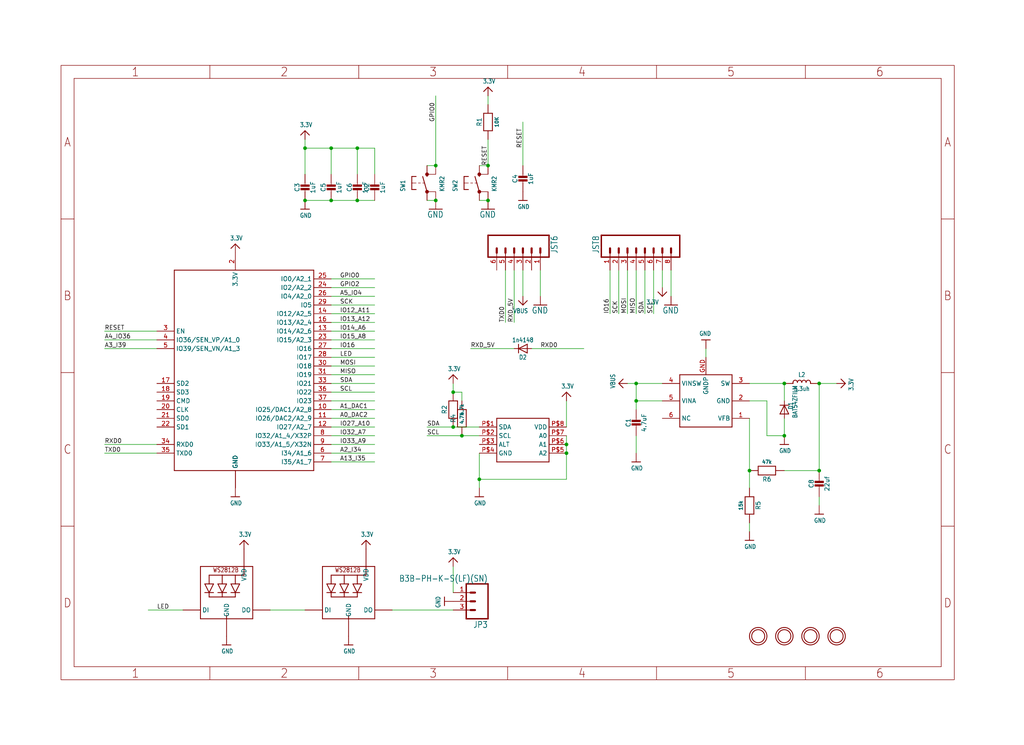
<source format=kicad_sch>
(kicad_sch (version 20230121) (generator eeschema)

  (uuid 6dd0f650-604a-4198-a9fa-10eec3ce005a)

  (paper "User" 298.45 217.17)

  (lib_symbols
    (symbol "openevse_esp32-eagle-import:3.3V" (power) (in_bom yes) (on_board yes)
      (property "Reference" "" (at 0 0 0)
        (effects (font (size 1.27 1.27)) hide)
      )
      (property "Value" "3.3V" (at -1.524 1.016 0)
        (effects (font (size 1.27 1.0795)) (justify left bottom))
      )
      (property "Footprint" "" (at 0 0 0)
        (effects (font (size 1.27 1.27)) hide)
      )
      (property "Datasheet" "" (at 0 0 0)
        (effects (font (size 1.27 1.27)) hide)
      )
      (property "ki_locked" "" (at 0 0 0)
        (effects (font (size 1.27 1.27)))
      )
      (symbol "3.3V_1_0"
        (polyline
          (pts
            (xy -1.27 -1.27)
            (xy 0 0)
          )
          (stroke (width 0.254) (type solid))
          (fill (type none))
        )
        (polyline
          (pts
            (xy 0 0)
            (xy 1.27 -1.27)
          )
          (stroke (width 0.254) (type solid))
          (fill (type none))
        )
        (pin power_in line (at 0 -2.54 90) (length 2.54)
          (name "3.3V" (effects (font (size 0 0))))
          (number "1" (effects (font (size 0 0))))
        )
      )
    )
    (symbol "openevse_esp32-eagle-import:CAP_CERAMIC0603_NO" (in_bom yes) (on_board yes)
      (property "Reference" "C" (at -2.29 1.25 90)
        (effects (font (size 1.27 1.27)))
      )
      (property "Value" "" (at 2.3 1.25 90)
        (effects (font (size 1.27 1.27)))
      )
      (property "Footprint" "openevse_esp32:0603-NO" (at 0 0 0)
        (effects (font (size 1.27 1.27)) hide)
      )
      (property "Datasheet" "" (at 0 0 0)
        (effects (font (size 1.27 1.27)) hide)
      )
      (property "ki_locked" "" (at 0 0 0)
        (effects (font (size 1.27 1.27)))
      )
      (symbol "CAP_CERAMIC0603_NO_1_0"
        (rectangle (start -1.27 0.508) (end 1.27 1.016)
          (stroke (width 0) (type default))
          (fill (type outline))
        )
        (rectangle (start -1.27 1.524) (end 1.27 2.032)
          (stroke (width 0) (type default))
          (fill (type outline))
        )
        (polyline
          (pts
            (xy 0 0.762)
            (xy 0 0)
          )
          (stroke (width 0.1524) (type solid))
          (fill (type none))
        )
        (polyline
          (pts
            (xy 0 2.54)
            (xy 0 1.778)
          )
          (stroke (width 0.1524) (type solid))
          (fill (type none))
        )
        (pin passive line (at 0 5.08 270) (length 2.54)
          (name "1" (effects (font (size 0 0))))
          (number "1" (effects (font (size 0 0))))
        )
        (pin passive line (at 0 -2.54 90) (length 2.54)
          (name "2" (effects (font (size 0 0))))
          (number "2" (effects (font (size 0 0))))
        )
      )
    )
    (symbol "openevse_esp32-eagle-import:DIODESOD-323" (in_bom yes) (on_board yes)
      (property "Reference" "D" (at 0 2.54 0)
        (effects (font (size 1.27 1.0795)))
      )
      (property "Value" "" (at 0 -2.5 0)
        (effects (font (size 1.27 1.0795)))
      )
      (property "Footprint" "openevse_esp32:SOD-323" (at 0 0 0)
        (effects (font (size 1.27 1.27)) hide)
      )
      (property "Datasheet" "" (at 0 0 0)
        (effects (font (size 1.27 1.27)) hide)
      )
      (property "ki_locked" "" (at 0 0 0)
        (effects (font (size 1.27 1.27)))
      )
      (symbol "DIODESOD-323_1_0"
        (polyline
          (pts
            (xy -1.27 -1.27)
            (xy 1.27 0)
          )
          (stroke (width 0.254) (type solid))
          (fill (type none))
        )
        (polyline
          (pts
            (xy -1.27 1.27)
            (xy -1.27 -1.27)
          )
          (stroke (width 0.254) (type solid))
          (fill (type none))
        )
        (polyline
          (pts
            (xy 1.27 0)
            (xy -1.27 1.27)
          )
          (stroke (width 0.254) (type solid))
          (fill (type none))
        )
        (polyline
          (pts
            (xy 1.27 0)
            (xy 1.27 -1.27)
          )
          (stroke (width 0.254) (type solid))
          (fill (type none))
        )
        (polyline
          (pts
            (xy 1.27 1.27)
            (xy 1.27 0)
          )
          (stroke (width 0.254) (type solid))
          (fill (type none))
        )
        (pin passive line (at -2.54 0 0) (length 2.54)
          (name "A" (effects (font (size 0 0))))
          (number "A" (effects (font (size 0 0))))
        )
        (pin passive line (at 2.54 0 180) (length 2.54)
          (name "C" (effects (font (size 0 0))))
          (number "C" (effects (font (size 0 0))))
        )
      )
    )
    (symbol "openevse_esp32-eagle-import:ESP32_WROOM32_SKINNY" (in_bom yes) (on_board yes)
      (property "Reference" "X" (at 0 0 0)
        (effects (font (size 1.27 1.27)) hide)
      )
      (property "Value" "" (at 0 0 0)
        (effects (font (size 1.27 1.27)) hide)
      )
      (property "Footprint" "openevse_esp32:WROOM32_SKINNY" (at 0 0 0)
        (effects (font (size 1.27 1.27)) hide)
      )
      (property "Datasheet" "" (at 0 0 0)
        (effects (font (size 1.27 1.27)) hide)
      )
      (property "ki_locked" "" (at 0 0 0)
        (effects (font (size 1.27 1.27)))
      )
      (symbol "ESP32_WROOM32_SKINNY_1_0"
        (polyline
          (pts
            (xy -17.78 -22.86)
            (xy -17.78 35.56)
          )
          (stroke (width 0.254) (type solid))
          (fill (type none))
        )
        (polyline
          (pts
            (xy -17.78 35.56)
            (xy 22.86 35.56)
          )
          (stroke (width 0.254) (type solid))
          (fill (type none))
        )
        (polyline
          (pts
            (xy 22.86 -22.86)
            (xy -17.78 -22.86)
          )
          (stroke (width 0.254) (type solid))
          (fill (type none))
        )
        (polyline
          (pts
            (xy 22.86 35.56)
            (xy 22.86 -22.86)
          )
          (stroke (width 0.254) (type solid))
          (fill (type none))
        )
        (pin passive line (at 0 -27.94 90) (length 5.08)
          (name "GND" (effects (font (size 1.27 1.27))))
          (number "1" (effects (font (size 0 0))))
        )
        (pin bidirectional line (at 27.94 -5.08 180) (length 5.08)
          (name "IO25/DAC1/A2_8" (effects (font (size 1.27 1.27))))
          (number "10" (effects (font (size 1.27 1.27))))
        )
        (pin bidirectional line (at 27.94 -7.62 180) (length 5.08)
          (name "IO26/DAC2/A2_9" (effects (font (size 1.27 1.27))))
          (number "11" (effects (font (size 1.27 1.27))))
        )
        (pin bidirectional line (at 27.94 -10.16 180) (length 5.08)
          (name "IO27/A2_7" (effects (font (size 1.27 1.27))))
          (number "12" (effects (font (size 1.27 1.27))))
        )
        (pin bidirectional line (at 27.94 17.78 180) (length 5.08)
          (name "IO14/A2_6" (effects (font (size 1.27 1.27))))
          (number "13" (effects (font (size 1.27 1.27))))
        )
        (pin bidirectional line (at 27.94 22.86 180) (length 5.08)
          (name "IO12/A2_5" (effects (font (size 1.27 1.27))))
          (number "14" (effects (font (size 1.27 1.27))))
        )
        (pin passive line (at 0 -27.94 90) (length 5.08)
          (name "GND" (effects (font (size 1.27 1.27))))
          (number "15" (effects (font (size 0 0))))
        )
        (pin bidirectional line (at 27.94 20.32 180) (length 5.08)
          (name "IO13/A2_4" (effects (font (size 1.27 1.27))))
          (number "16" (effects (font (size 1.27 1.27))))
        )
        (pin bidirectional line (at -22.86 2.54 0) (length 5.08)
          (name "SD2" (effects (font (size 1.27 1.27))))
          (number "17" (effects (font (size 1.27 1.27))))
        )
        (pin bidirectional line (at -22.86 0 0) (length 5.08)
          (name "SD3" (effects (font (size 1.27 1.27))))
          (number "18" (effects (font (size 1.27 1.27))))
        )
        (pin bidirectional line (at -22.86 -2.54 0) (length 5.08)
          (name "CMD" (effects (font (size 1.27 1.27))))
          (number "19" (effects (font (size 1.27 1.27))))
        )
        (pin passive line (at 0 40.64 270) (length 5.08)
          (name "3.3V" (effects (font (size 1.27 1.27))))
          (number "2" (effects (font (size 1.27 1.27))))
        )
        (pin bidirectional line (at -22.86 -5.08 0) (length 5.08)
          (name "CLK" (effects (font (size 1.27 1.27))))
          (number "20" (effects (font (size 1.27 1.27))))
        )
        (pin bidirectional line (at -22.86 -7.62 0) (length 5.08)
          (name "SD0" (effects (font (size 1.27 1.27))))
          (number "21" (effects (font (size 1.27 1.27))))
        )
        (pin bidirectional line (at -22.86 -10.16 0) (length 5.08)
          (name "SD1" (effects (font (size 1.27 1.27))))
          (number "22" (effects (font (size 1.27 1.27))))
        )
        (pin bidirectional line (at 27.94 15.24 180) (length 5.08)
          (name "IO15/A2_3" (effects (font (size 1.27 1.27))))
          (number "23" (effects (font (size 1.27 1.27))))
        )
        (pin bidirectional line (at 27.94 30.48 180) (length 5.08)
          (name "IO2/A2_2" (effects (font (size 1.27 1.27))))
          (number "24" (effects (font (size 1.27 1.27))))
        )
        (pin bidirectional line (at 27.94 33.02 180) (length 5.08)
          (name "IO0/A2_1" (effects (font (size 1.27 1.27))))
          (number "25" (effects (font (size 1.27 1.27))))
        )
        (pin bidirectional line (at 27.94 27.94 180) (length 5.08)
          (name "IO4/A2_0" (effects (font (size 1.27 1.27))))
          (number "26" (effects (font (size 1.27 1.27))))
        )
        (pin bidirectional line (at 27.94 12.7 180) (length 5.08)
          (name "IO16" (effects (font (size 1.27 1.27))))
          (number "27" (effects (font (size 1.27 1.27))))
        )
        (pin bidirectional line (at 27.94 10.16 180) (length 5.08)
          (name "IO17" (effects (font (size 1.27 1.27))))
          (number "28" (effects (font (size 1.27 1.27))))
        )
        (pin bidirectional line (at 27.94 25.4 180) (length 5.08)
          (name "IO5" (effects (font (size 1.27 1.27))))
          (number "29" (effects (font (size 1.27 1.27))))
        )
        (pin input line (at -22.86 17.78 0) (length 5.08)
          (name "EN" (effects (font (size 1.27 1.27))))
          (number "3" (effects (font (size 1.27 1.27))))
        )
        (pin bidirectional line (at 27.94 7.62 180) (length 5.08)
          (name "IO18" (effects (font (size 1.27 1.27))))
          (number "30" (effects (font (size 1.27 1.27))))
        )
        (pin bidirectional line (at 27.94 5.08 180) (length 5.08)
          (name "IO19" (effects (font (size 1.27 1.27))))
          (number "31" (effects (font (size 1.27 1.27))))
        )
        (pin bidirectional line (at 27.94 2.54 180) (length 5.08)
          (name "IO21" (effects (font (size 1.27 1.27))))
          (number "33" (effects (font (size 1.27 1.27))))
        )
        (pin input line (at -22.86 -15.24 0) (length 5.08)
          (name "RXD0" (effects (font (size 1.27 1.27))))
          (number "34" (effects (font (size 1.27 1.27))))
        )
        (pin output line (at -22.86 -17.78 0) (length 5.08)
          (name "TXD0" (effects (font (size 1.27 1.27))))
          (number "35" (effects (font (size 1.27 1.27))))
        )
        (pin bidirectional line (at 27.94 0 180) (length 5.08)
          (name "IO22" (effects (font (size 1.27 1.27))))
          (number "36" (effects (font (size 1.27 1.27))))
        )
        (pin bidirectional line (at 27.94 -2.54 180) (length 5.08)
          (name "IO23" (effects (font (size 1.27 1.27))))
          (number "37" (effects (font (size 1.27 1.27))))
        )
        (pin passive line (at 0 -27.94 90) (length 5.08)
          (name "GND" (effects (font (size 1.27 1.27))))
          (number "38" (effects (font (size 0 0))))
        )
        (pin passive line (at -22.86 15.24 0) (length 5.08)
          (name "IO36/SEN_VP/A1_0" (effects (font (size 1.27 1.27))))
          (number "4" (effects (font (size 1.27 1.27))))
        )
        (pin passive line (at -22.86 12.7 0) (length 5.08)
          (name "IO39/SEN_VN/A1_3" (effects (font (size 1.27 1.27))))
          (number "5" (effects (font (size 1.27 1.27))))
        )
        (pin bidirectional line (at 27.94 -17.78 180) (length 5.08)
          (name "I34/A1_6" (effects (font (size 1.27 1.27))))
          (number "6" (effects (font (size 1.27 1.27))))
        )
        (pin bidirectional line (at 27.94 -20.32 180) (length 5.08)
          (name "I35/A1_7" (effects (font (size 1.27 1.27))))
          (number "7" (effects (font (size 1.27 1.27))))
        )
        (pin bidirectional line (at 27.94 -12.7 180) (length 5.08)
          (name "IO32/A1_4/X32P" (effects (font (size 1.27 1.27))))
          (number "8" (effects (font (size 1.27 1.27))))
        )
        (pin bidirectional line (at 27.94 -15.24 180) (length 5.08)
          (name "IO33/A1_5/X32N" (effects (font (size 1.27 1.27))))
          (number "9" (effects (font (size 1.27 1.27))))
        )
        (pin passive line (at 0 -27.94 90) (length 5.08)
          (name "GND" (effects (font (size 1.27 1.27))))
          (number "P$1" (effects (font (size 0 0))))
        )
      )
    )
    (symbol "openevse_esp32-eagle-import:FRAME_A4" (in_bom yes) (on_board yes)
      (property "Reference" "#FRAME" (at 0 0 0)
        (effects (font (size 1.27 1.27)) hide)
      )
      (property "Value" "" (at 0 0 0)
        (effects (font (size 1.27 1.27)) hide)
      )
      (property "Footprint" "" (at 0 0 0)
        (effects (font (size 1.27 1.27)) hide)
      )
      (property "Datasheet" "" (at 0 0 0)
        (effects (font (size 1.27 1.27)) hide)
      )
      (property "ki_locked" "" (at 0 0 0)
        (effects (font (size 1.27 1.27)))
      )
      (symbol "FRAME_A4_1_0"
        (polyline
          (pts
            (xy 0 44.7675)
            (xy 3.81 44.7675)
          )
          (stroke (width 0) (type default))
          (fill (type none))
        )
        (polyline
          (pts
            (xy 0 89.535)
            (xy 3.81 89.535)
          )
          (stroke (width 0) (type default))
          (fill (type none))
        )
        (polyline
          (pts
            (xy 0 134.3025)
            (xy 3.81 134.3025)
          )
          (stroke (width 0) (type default))
          (fill (type none))
        )
        (polyline
          (pts
            (xy 3.81 3.81)
            (xy 3.81 175.26)
          )
          (stroke (width 0) (type default))
          (fill (type none))
        )
        (polyline
          (pts
            (xy 43.3917 0)
            (xy 43.3917 3.81)
          )
          (stroke (width 0) (type default))
          (fill (type none))
        )
        (polyline
          (pts
            (xy 43.3917 175.26)
            (xy 43.3917 179.07)
          )
          (stroke (width 0) (type default))
          (fill (type none))
        )
        (polyline
          (pts
            (xy 86.7833 0)
            (xy 86.7833 3.81)
          )
          (stroke (width 0) (type default))
          (fill (type none))
        )
        (polyline
          (pts
            (xy 86.7833 175.26)
            (xy 86.7833 179.07)
          )
          (stroke (width 0) (type default))
          (fill (type none))
        )
        (polyline
          (pts
            (xy 130.175 0)
            (xy 130.175 3.81)
          )
          (stroke (width 0) (type default))
          (fill (type none))
        )
        (polyline
          (pts
            (xy 130.175 175.26)
            (xy 130.175 179.07)
          )
          (stroke (width 0) (type default))
          (fill (type none))
        )
        (polyline
          (pts
            (xy 173.5667 0)
            (xy 173.5667 3.81)
          )
          (stroke (width 0) (type default))
          (fill (type none))
        )
        (polyline
          (pts
            (xy 173.5667 175.26)
            (xy 173.5667 179.07)
          )
          (stroke (width 0) (type default))
          (fill (type none))
        )
        (polyline
          (pts
            (xy 216.9583 0)
            (xy 216.9583 3.81)
          )
          (stroke (width 0) (type default))
          (fill (type none))
        )
        (polyline
          (pts
            (xy 216.9583 175.26)
            (xy 216.9583 179.07)
          )
          (stroke (width 0) (type default))
          (fill (type none))
        )
        (polyline
          (pts
            (xy 256.54 3.81)
            (xy 3.81 3.81)
          )
          (stroke (width 0) (type default))
          (fill (type none))
        )
        (polyline
          (pts
            (xy 256.54 3.81)
            (xy 256.54 8.89)
          )
          (stroke (width 0.1016) (type solid))
          (fill (type none))
        )
        (polyline
          (pts
            (xy 256.54 3.81)
            (xy 256.54 175.26)
          )
          (stroke (width 0) (type default))
          (fill (type none))
        )
        (polyline
          (pts
            (xy 256.54 8.89)
            (xy 256.54 13.97)
          )
          (stroke (width 0.1016) (type solid))
          (fill (type none))
        )
        (polyline
          (pts
            (xy 256.54 13.97)
            (xy 256.54 19.05)
          )
          (stroke (width 0.1016) (type solid))
          (fill (type none))
        )
        (polyline
          (pts
            (xy 256.54 19.05)
            (xy 256.54 36.83)
          )
          (stroke (width 0.1016) (type solid))
          (fill (type none))
        )
        (polyline
          (pts
            (xy 256.54 44.7675)
            (xy 260.35 44.7675)
          )
          (stroke (width 0) (type default))
          (fill (type none))
        )
        (polyline
          (pts
            (xy 256.54 89.535)
            (xy 260.35 89.535)
          )
          (stroke (width 0) (type default))
          (fill (type none))
        )
        (polyline
          (pts
            (xy 256.54 134.3025)
            (xy 260.35 134.3025)
          )
          (stroke (width 0) (type default))
          (fill (type none))
        )
        (polyline
          (pts
            (xy 256.54 175.26)
            (xy 3.81 175.26)
          )
          (stroke (width 0) (type default))
          (fill (type none))
        )
        (polyline
          (pts
            (xy 0 0)
            (xy 260.35 0)
            (xy 260.35 179.07)
            (xy 0 179.07)
            (xy 0 0)
          )
          (stroke (width 0) (type default))
          (fill (type none))
        )
        (text "1" (at 21.6958 1.905 0)
          (effects (font (size 2.54 2.286)))
        )
        (text "1" (at 21.6958 177.165 0)
          (effects (font (size 2.54 2.286)))
        )
        (text "2" (at 65.0875 1.905 0)
          (effects (font (size 2.54 2.286)))
        )
        (text "2" (at 65.0875 177.165 0)
          (effects (font (size 2.54 2.286)))
        )
        (text "3" (at 108.4792 1.905 0)
          (effects (font (size 2.54 2.286)))
        )
        (text "3" (at 108.4792 177.165 0)
          (effects (font (size 2.54 2.286)))
        )
        (text "4" (at 151.8708 1.905 0)
          (effects (font (size 2.54 2.286)))
        )
        (text "4" (at 151.8708 177.165 0)
          (effects (font (size 2.54 2.286)))
        )
        (text "5" (at 195.2625 1.905 0)
          (effects (font (size 2.54 2.286)))
        )
        (text "5" (at 195.2625 177.165 0)
          (effects (font (size 2.54 2.286)))
        )
        (text "6" (at 238.6542 1.905 0)
          (effects (font (size 2.54 2.286)))
        )
        (text "6" (at 238.6542 177.165 0)
          (effects (font (size 2.54 2.286)))
        )
        (text "A" (at 1.905 156.6863 0)
          (effects (font (size 2.54 2.286)))
        )
        (text "A" (at 258.445 156.6863 0)
          (effects (font (size 2.54 2.286)))
        )
        (text "B" (at 1.905 111.9188 0)
          (effects (font (size 2.54 2.286)))
        )
        (text "B" (at 258.445 111.9188 0)
          (effects (font (size 2.54 2.286)))
        )
        (text "C" (at 1.905 67.1513 0)
          (effects (font (size 2.54 2.286)))
        )
        (text "C" (at 258.445 67.1513 0)
          (effects (font (size 2.54 2.286)))
        )
        (text "D" (at 1.905 22.3838 0)
          (effects (font (size 2.54 2.286)))
        )
        (text "D" (at 258.445 22.3838 0)
          (effects (font (size 2.54 2.286)))
        )
      )
      (symbol "FRAME_A4_2_0"
        (polyline
          (pts
            (xy -0.3048 1.5748)
            (xy 20.0152 1.5748)
          )
          (stroke (width 0.6096) (type solid))
          (fill (type none))
        )
        (polyline
          (pts
            (xy -0.3048 10.4648)
            (xy -0.3048 1.5748)
          )
          (stroke (width 0.6096) (type solid))
          (fill (type none))
        )
        (polyline
          (pts
            (xy -0.3048 10.4648)
            (xy 20.0152 10.4648)
          )
          (stroke (width 0.3048) (type solid))
          (fill (type none))
        )
        (polyline
          (pts
            (xy -0.3048 19.3548)
            (xy -0.3048 10.4648)
          )
          (stroke (width 0.6096) (type solid))
          (fill (type none))
        )
        (polyline
          (pts
            (xy -0.3048 19.3548)
            (xy 20.0152 19.3548)
          )
          (stroke (width 0.3048) (type solid))
          (fill (type none))
        )
        (polyline
          (pts
            (xy -0.3048 28.2448)
            (xy -0.3048 19.3548)
          )
          (stroke (width 0.6096) (type solid))
          (fill (type none))
        )
        (polyline
          (pts
            (xy -0.3048 28.2448)
            (xy 20.0152 28.2448)
          )
          (stroke (width 0.3048) (type solid))
          (fill (type none))
        )
        (polyline
          (pts
            (xy -0.3048 34.5948)
            (xy -0.3048 28.2448)
          )
          (stroke (width 0.6096) (type solid))
          (fill (type none))
        )
        (polyline
          (pts
            (xy 20.0152 1.5748)
            (xy 20.0152 6.6548)
          )
          (stroke (width 0.3048) (type solid))
          (fill (type none))
        )
        (polyline
          (pts
            (xy 20.0152 1.5748)
            (xy 95.5802 1.5748)
          )
          (stroke (width 0.6096) (type solid))
          (fill (type none))
        )
        (polyline
          (pts
            (xy 20.0152 6.6548)
            (xy 20.0152 10.4648)
          )
          (stroke (width 0.3048) (type solid))
          (fill (type none))
        )
        (polyline
          (pts
            (xy 20.0152 6.6548)
            (xy 88.5952 6.6548)
          )
          (stroke (width 0.3048) (type solid))
          (fill (type none))
        )
        (polyline
          (pts
            (xy 20.0152 10.4648)
            (xy 20.0152 16.8148)
          )
          (stroke (width 0.3048) (type solid))
          (fill (type none))
        )
        (polyline
          (pts
            (xy 20.0152 16.8148)
            (xy 20.0152 19.3548)
          )
          (stroke (width 0.3048) (type solid))
          (fill (type none))
        )
        (polyline
          (pts
            (xy 20.0152 19.3548)
            (xy 20.0152 28.2448)
          )
          (stroke (width 0.3048) (type solid))
          (fill (type none))
        )
        (polyline
          (pts
            (xy 20.0152 28.2448)
            (xy 20.0152 34.5948)
          )
          (stroke (width 0.3048) (type solid))
          (fill (type none))
        )
        (polyline
          (pts
            (xy 20.0152 28.2448)
            (xy 105.7402 28.2448)
          )
          (stroke (width 0.3048) (type solid))
          (fill (type none))
        )
        (polyline
          (pts
            (xy 20.0152 34.5948)
            (xy -0.3048 34.5948)
          )
          (stroke (width 0.6096) (type solid))
          (fill (type none))
        )
        (polyline
          (pts
            (xy 88.5952 6.6548)
            (xy 95.5802 6.6548)
          )
          (stroke (width 0.3048) (type solid))
          (fill (type none))
        )
        (polyline
          (pts
            (xy 88.5952 16.8148)
            (xy 20.0152 16.8148)
          )
          (stroke (width 0.3048) (type solid))
          (fill (type none))
        )
        (polyline
          (pts
            (xy 88.5952 16.8148)
            (xy 88.5952 6.6548)
          )
          (stroke (width 0.3048) (type solid))
          (fill (type none))
        )
        (polyline
          (pts
            (xy 95.5802 1.5748)
            (xy 121.6152 1.5748)
          )
          (stroke (width 0.6096) (type solid))
          (fill (type none))
        )
        (polyline
          (pts
            (xy 95.5802 6.6548)
            (xy 95.5802 1.5748)
          )
          (stroke (width 0.3048) (type solid))
          (fill (type none))
        )
        (polyline
          (pts
            (xy 95.5802 6.6548)
            (xy 121.6152 6.6548)
          )
          (stroke (width 0.3048) (type solid))
          (fill (type none))
        )
        (polyline
          (pts
            (xy 101.2952 13.3223)
            (xy 102.2477 13.3223)
          )
          (stroke (width 0.254) (type solid))
          (fill (type none))
        )
        (polyline
          (pts
            (xy 105.7402 28.2448)
            (xy 105.7402 34.5948)
          )
          (stroke (width 0.3048) (type solid))
          (fill (type none))
        )
        (polyline
          (pts
            (xy 105.7402 28.2448)
            (xy 110.1852 28.2448)
          )
          (stroke (width 0.3048) (type solid))
          (fill (type none))
        )
        (polyline
          (pts
            (xy 105.7402 34.5948)
            (xy 20.0152 34.5948)
          )
          (stroke (width 0.6096) (type solid))
          (fill (type none))
        )
        (polyline
          (pts
            (xy 110.1852 16.8148)
            (xy 88.5952 16.8148)
          )
          (stroke (width 0.3048) (type solid))
          (fill (type none))
        )
        (polyline
          (pts
            (xy 110.1852 28.2448)
            (xy 110.1852 16.8148)
          )
          (stroke (width 0.3048) (type solid))
          (fill (type none))
        )
        (polyline
          (pts
            (xy 110.1852 28.2448)
            (xy 121.6152 28.2448)
          )
          (stroke (width 0.3048) (type solid))
          (fill (type none))
        )
        (polyline
          (pts
            (xy 121.6152 6.6548)
            (xy 121.6152 1.5748)
          )
          (stroke (width 0.6096) (type solid))
          (fill (type none))
        )
        (polyline
          (pts
            (xy 121.6152 16.8148)
            (xy 110.1852 16.8148)
          )
          (stroke (width 0.3048) (type solid))
          (fill (type none))
        )
        (polyline
          (pts
            (xy 121.6152 16.8148)
            (xy 121.6152 6.6548)
          )
          (stroke (width 0.6096) (type solid))
          (fill (type none))
        )
        (polyline
          (pts
            (xy 121.6152 28.2448)
            (xy 121.6152 16.8148)
          )
          (stroke (width 0.6096) (type solid))
          (fill (type none))
        )
        (polyline
          (pts
            (xy 121.6152 34.5948)
            (xy 105.7402 34.5948)
          )
          (stroke (width 0.6096) (type solid))
          (fill (type none))
        )
        (polyline
          (pts
            (xy 121.6152 34.5948)
            (xy 121.6152 28.2448)
          )
          (stroke (width 0.6096) (type solid))
          (fill (type none))
        )
        (circle (center 109.2327 31.4198) (radius 1.4199)
          (stroke (width 0.254) (type solid))
          (fill (type none))
        )
        (text "${#}/${##}" (at 108.9152 2.8448 0)
          (effects (font (size 2.54 2.54)) (justify left bottom))
        )
        (text "${CURRENT_DATE}" (at 32.7152 9.1948 0)
          (effects (font (size 2.54 2.159)) (justify left bottom))
        )
        (text "${PROJECTNAME}" (at 33.0327 2.8448 0)
          (effects (font (size 2.54 2.159)) (justify left bottom))
        )
        (text ">CHECKED" (at 2.2352 11.7348 0)
          (effects (font (size 1.778 1.5113)) (justify left bottom))
        )
        (text ">COMPANY" (at 23.349 29.6735 0)
          (effects (font (size 3.175 2.6987) (thickness 0.5397) bold) (justify left bottom))
        )
        (text ">DATE" (at 2.2352 2.8448 0)
          (effects (font (size 1.778 1.5113)) (justify left bottom))
        )
        (text ">DRAWN" (at 2.2352 20.6248 0)
          (effects (font (size 1.778 1.5113)) (justify left bottom))
        )
        (text ">DRGNO" (at 91.1352 9.1948 0)
          (effects (font (size 2.1844 1.8567)) (justify left bottom))
        )
        (text ">REV" (at 113.9952 18.7198 0)
          (effects (font (size 3.81 3.2385)) (justify left bottom))
        )
        (text ">YEAR" (at 112.4077 30.4673 0)
          (effects (font (size 1.778 1.5113)) (justify left bottom))
        )
        (text "C" (at 108.7564 30.7848 0)
          (effects (font (size 1.27 1.0795)) (justify left bottom))
        )
        (text "CHECKED" (at 0.9652 16.1798 0)
          (effects (font (size 1.778 1.5113)) (justify left bottom))
        )
        (text "DATE" (at 0.9652 7.2898 0)
          (effects (font (size 1.778 1.5113)) (justify left bottom))
        )
        (text "DATE" (at 21.2852 13.0048 0)
          (effects (font (size 2.54 2.54)) (justify left bottom))
        )
        (text "DRAWN" (at 0.9652 25.0698 0)
          (effects (font (size 1.778 1.5113)) (justify left bottom))
        )
        (text "DRG" (at 89.8652 13.0048 0)
          (effects (font (size 2.54 2.54)) (justify left bottom))
        )
        (text "FILE:" (at 21.2852 2.8448 0)
          (effects (font (size 2.54 2.54)) (justify left bottom))
        )
        (text "ISSUE" (at 5.0927 30.4673 0)
          (effects (font (size 1.9304 1.6408)) (justify left bottom))
        )
        (text "N" (at 98.4377 13.0048 0)
          (effects (font (size 2.54 2.54)) (justify left bottom))
        )
        (text "o" (at 100.9777 13.9573 0)
          (effects (font (size 2.1844 1.8567)) (justify left bottom))
        )
        (text "PAGE:" (at 96.8502 2.8448 0)
          (effects (font (size 2.54 2.54)) (justify left bottom))
        )
        (text "REV" (at 112.4077 24.4348 0)
          (effects (font (size 2.54 2.54)) (justify left bottom))
        )
        (text "TITLE" (at 21.2852 24.4348 0)
          (effects (font (size 2.54 2.54)) (justify left bottom))
        )
      )
    )
    (symbol "openevse_esp32-eagle-import:GND" (power) (in_bom yes) (on_board yes)
      (property "Reference" "" (at 0 0 0)
        (effects (font (size 1.27 1.27)) hide)
      )
      (property "Value" "GND" (at -1.524 -2.54 0)
        (effects (font (size 1.27 1.0795)) (justify left bottom))
      )
      (property "Footprint" "" (at 0 0 0)
        (effects (font (size 1.27 1.27)) hide)
      )
      (property "Datasheet" "" (at 0 0 0)
        (effects (font (size 1.27 1.27)) hide)
      )
      (property "ki_locked" "" (at 0 0 0)
        (effects (font (size 1.27 1.27)))
      )
      (symbol "GND_1_0"
        (polyline
          (pts
            (xy -1.27 0)
            (xy 1.27 0)
          )
          (stroke (width 0.254) (type solid))
          (fill (type none))
        )
        (pin power_in line (at 0 2.54 270) (length 2.54)
          (name "GND" (effects (font (size 0 0))))
          (number "1" (effects (font (size 0 0))))
        )
      )
    )
    (symbol "openevse_esp32-eagle-import:JST6" (in_bom yes) (on_board yes)
      (property "Reference" "" (at -5.08 10.922 0)
        (effects (font (size 1.778 1.5113)) (justify left bottom) hide)
      )
      (property "Value" "" (at -5.08 -10.16 0)
        (effects (font (size 1.778 1.5113)) (justify left bottom))
      )
      (property "Footprint" "openevse_esp32:JST6" (at 0 0 0)
        (effects (font (size 1.27 1.27)) hide)
      )
      (property "Datasheet" "" (at 0 0 0)
        (effects (font (size 1.27 1.27)) hide)
      )
      (property "ki_locked" "" (at 0 0 0)
        (effects (font (size 1.27 1.27)))
      )
      (symbol "JST6_1_0"
        (polyline
          (pts
            (xy -5.08 10.16)
            (xy -5.08 -7.62)
          )
          (stroke (width 0.4064) (type solid))
          (fill (type none))
        )
        (polyline
          (pts
            (xy -5.08 10.16)
            (xy 1.27 10.16)
          )
          (stroke (width 0.4064) (type solid))
          (fill (type none))
        )
        (polyline
          (pts
            (xy -1.27 -5.08)
            (xy 0 -5.08)
          )
          (stroke (width 0.6096) (type solid))
          (fill (type none))
        )
        (polyline
          (pts
            (xy -1.27 -2.54)
            (xy 0 -2.54)
          )
          (stroke (width 0.6096) (type solid))
          (fill (type none))
        )
        (polyline
          (pts
            (xy -1.27 0)
            (xy 0 0)
          )
          (stroke (width 0.6096) (type solid))
          (fill (type none))
        )
        (polyline
          (pts
            (xy -1.27 2.54)
            (xy 0 2.54)
          )
          (stroke (width 0.6096) (type solid))
          (fill (type none))
        )
        (polyline
          (pts
            (xy -1.27 5.08)
            (xy 0 5.08)
          )
          (stroke (width 0.6096) (type solid))
          (fill (type none))
        )
        (polyline
          (pts
            (xy -1.27 7.62)
            (xy 0 7.62)
          )
          (stroke (width 0.6096) (type solid))
          (fill (type none))
        )
        (polyline
          (pts
            (xy 1.27 -7.62)
            (xy -5.08 -7.62)
          )
          (stroke (width 0.4064) (type solid))
          (fill (type none))
        )
        (polyline
          (pts
            (xy 1.27 -7.62)
            (xy 1.27 10.16)
          )
          (stroke (width 0.4064) (type solid))
          (fill (type none))
        )
        (pin passive line (at 5.08 -5.08 180) (length 5.08)
          (name "1" (effects (font (size 0 0))))
          (number "1" (effects (font (size 1.27 1.27))))
        )
        (pin passive line (at 5.08 -2.54 180) (length 5.08)
          (name "2" (effects (font (size 0 0))))
          (number "2" (effects (font (size 1.27 1.27))))
        )
        (pin passive line (at 5.08 0 180) (length 5.08)
          (name "3" (effects (font (size 0 0))))
          (number "3" (effects (font (size 1.27 1.27))))
        )
        (pin passive line (at 5.08 2.54 180) (length 5.08)
          (name "4" (effects (font (size 0 0))))
          (number "4" (effects (font (size 1.27 1.27))))
        )
        (pin passive line (at 5.08 5.08 180) (length 5.08)
          (name "5" (effects (font (size 0 0))))
          (number "5" (effects (font (size 1.27 1.27))))
        )
        (pin passive line (at 5.08 7.62 180) (length 5.08)
          (name "6" (effects (font (size 0 0))))
          (number "6" (effects (font (size 1.27 1.27))))
        )
      )
    )
    (symbol "openevse_esp32-eagle-import:JST8" (in_bom yes) (on_board yes)
      (property "Reference" "" (at -2.54 10.922 0)
        (effects (font (size 1.778 1.5113)) (justify left bottom) hide)
      )
      (property "Value" "" (at -2.54 -15.24 0)
        (effects (font (size 1.778 1.5113)) (justify left bottom))
      )
      (property "Footprint" "openevse_esp32:JST8" (at 0 0 0)
        (effects (font (size 1.27 1.27)) hide)
      )
      (property "Datasheet" "" (at 0 0 0)
        (effects (font (size 1.27 1.27)) hide)
      )
      (property "ki_locked" "" (at 0 0 0)
        (effects (font (size 1.27 1.27)))
      )
      (symbol "JST8_1_0"
        (polyline
          (pts
            (xy -2.54 10.16)
            (xy -2.54 -12.7)
          )
          (stroke (width 0.4064) (type solid))
          (fill (type none))
        )
        (polyline
          (pts
            (xy -2.54 10.16)
            (xy 3.81 10.16)
          )
          (stroke (width 0.4064) (type solid))
          (fill (type none))
        )
        (polyline
          (pts
            (xy 1.27 -10.16)
            (xy 2.54 -10.16)
          )
          (stroke (width 0.6096) (type solid))
          (fill (type none))
        )
        (polyline
          (pts
            (xy 1.27 -7.62)
            (xy 2.54 -7.62)
          )
          (stroke (width 0.6096) (type solid))
          (fill (type none))
        )
        (polyline
          (pts
            (xy 1.27 -5.08)
            (xy 2.54 -5.08)
          )
          (stroke (width 0.6096) (type solid))
          (fill (type none))
        )
        (polyline
          (pts
            (xy 1.27 -2.54)
            (xy 2.54 -2.54)
          )
          (stroke (width 0.6096) (type solid))
          (fill (type none))
        )
        (polyline
          (pts
            (xy 1.27 0)
            (xy 2.54 0)
          )
          (stroke (width 0.6096) (type solid))
          (fill (type none))
        )
        (polyline
          (pts
            (xy 1.27 2.54)
            (xy 2.54 2.54)
          )
          (stroke (width 0.6096) (type solid))
          (fill (type none))
        )
        (polyline
          (pts
            (xy 1.27 5.08)
            (xy 2.54 5.08)
          )
          (stroke (width 0.6096) (type solid))
          (fill (type none))
        )
        (polyline
          (pts
            (xy 1.27 7.62)
            (xy 2.54 7.62)
          )
          (stroke (width 0.6096) (type solid))
          (fill (type none))
        )
        (polyline
          (pts
            (xy 3.81 -12.7)
            (xy -2.54 -12.7)
          )
          (stroke (width 0.4064) (type solid))
          (fill (type none))
        )
        (polyline
          (pts
            (xy 3.81 -12.7)
            (xy 3.81 10.16)
          )
          (stroke (width 0.4064) (type solid))
          (fill (type none))
        )
        (pin passive line (at 7.62 -10.16 180) (length 5.08)
          (name "1" (effects (font (size 0 0))))
          (number "1" (effects (font (size 1.27 1.27))))
        )
        (pin passive line (at 7.62 -7.62 180) (length 5.08)
          (name "2" (effects (font (size 0 0))))
          (number "2" (effects (font (size 1.27 1.27))))
        )
        (pin passive line (at 7.62 -5.08 180) (length 5.08)
          (name "3" (effects (font (size 0 0))))
          (number "3" (effects (font (size 1.27 1.27))))
        )
        (pin passive line (at 7.62 -2.54 180) (length 5.08)
          (name "4" (effects (font (size 0 0))))
          (number "4" (effects (font (size 1.27 1.27))))
        )
        (pin passive line (at 7.62 0 180) (length 5.08)
          (name "5" (effects (font (size 0 0))))
          (number "5" (effects (font (size 1.27 1.27))))
        )
        (pin passive line (at 7.62 2.54 180) (length 5.08)
          (name "6" (effects (font (size 0 0))))
          (number "6" (effects (font (size 1.27 1.27))))
        )
        (pin passive line (at 7.62 5.08 180) (length 5.08)
          (name "7" (effects (font (size 0 0))))
          (number "7" (effects (font (size 1.27 1.27))))
        )
        (pin passive line (at 7.62 7.62 180) (length 5.08)
          (name "8" (effects (font (size 0 0))))
          (number "8" (effects (font (size 1.27 1.27))))
        )
      )
    )
    (symbol "openevse_esp32-eagle-import:M03JST-PTH-VERT" (in_bom yes) (on_board yes)
      (property "Reference" "JP" (at -2.54 5.842 0)
        (effects (font (size 1.778 1.5113)) (justify left bottom))
      )
      (property "Value" "" (at -2.54 -7.62 0)
        (effects (font (size 1.778 1.5113)) (justify left bottom))
      )
      (property "Footprint" "openevse_esp32:JST-3-PTH-VERT" (at 0 0 0)
        (effects (font (size 1.27 1.27)) hide)
      )
      (property "Datasheet" "" (at 0 0 0)
        (effects (font (size 1.27 1.27)) hide)
      )
      (property "ki_locked" "" (at 0 0 0)
        (effects (font (size 1.27 1.27)))
      )
      (symbol "M03JST-PTH-VERT_1_0"
        (polyline
          (pts
            (xy -2.54 5.08)
            (xy -2.54 -5.08)
          )
          (stroke (width 0.4064) (type solid))
          (fill (type none))
        )
        (polyline
          (pts
            (xy -2.54 5.08)
            (xy 3.81 5.08)
          )
          (stroke (width 0.4064) (type solid))
          (fill (type none))
        )
        (polyline
          (pts
            (xy 1.27 -2.54)
            (xy 2.54 -2.54)
          )
          (stroke (width 0.6096) (type solid))
          (fill (type none))
        )
        (polyline
          (pts
            (xy 1.27 0)
            (xy 2.54 0)
          )
          (stroke (width 0.6096) (type solid))
          (fill (type none))
        )
        (polyline
          (pts
            (xy 1.27 2.54)
            (xy 2.54 2.54)
          )
          (stroke (width 0.6096) (type solid))
          (fill (type none))
        )
        (polyline
          (pts
            (xy 3.81 -5.08)
            (xy -2.54 -5.08)
          )
          (stroke (width 0.4064) (type solid))
          (fill (type none))
        )
        (polyline
          (pts
            (xy 3.81 -5.08)
            (xy 3.81 5.08)
          )
          (stroke (width 0.4064) (type solid))
          (fill (type none))
        )
        (pin passive line (at 7.62 -2.54 180) (length 5.08)
          (name "1" (effects (font (size 0 0))))
          (number "1" (effects (font (size 1.27 1.27))))
        )
        (pin passive line (at 7.62 0 180) (length 5.08)
          (name "2" (effects (font (size 0 0))))
          (number "2" (effects (font (size 1.27 1.27))))
        )
        (pin passive line (at 7.62 2.54 180) (length 5.08)
          (name "3" (effects (font (size 0 0))))
          (number "3" (effects (font (size 1.27 1.27))))
        )
      )
    )
    (symbol "openevse_esp32-eagle-import:MCP9808" (in_bom yes) (on_board yes)
      (property "Reference" "" (at 0 0 0)
        (effects (font (size 1.27 1.27)) hide)
      )
      (property "Value" "" (at 0 0 0)
        (effects (font (size 1.27 1.27)) hide)
      )
      (property "Footprint" "openevse_esp32:MSOP8" (at 0 0 0)
        (effects (font (size 1.27 1.27)) hide)
      )
      (property "Datasheet" "" (at 0 0 0)
        (effects (font (size 1.27 1.27)) hide)
      )
      (property "ki_locked" "" (at 0 0 0)
        (effects (font (size 1.27 1.27)))
      )
      (symbol "MCP9808_1_0"
        (polyline
          (pts
            (xy -7.62 -5.08)
            (xy -7.62 7.62)
          )
          (stroke (width 0.254) (type solid))
          (fill (type none))
        )
        (polyline
          (pts
            (xy -7.62 7.62)
            (xy 7.62 7.62)
          )
          (stroke (width 0.254) (type solid))
          (fill (type none))
        )
        (polyline
          (pts
            (xy 7.62 -5.08)
            (xy -7.62 -5.08)
          )
          (stroke (width 0.254) (type solid))
          (fill (type none))
        )
        (polyline
          (pts
            (xy 7.62 7.62)
            (xy 7.62 -5.08)
          )
          (stroke (width 0.254) (type solid))
          (fill (type none))
        )
        (pin bidirectional line (at -12.7 5.08 0) (length 5.08)
          (name "SDA" (effects (font (size 1.27 1.27))))
          (number "P$1" (effects (font (size 1.27 1.27))))
        )
        (pin bidirectional line (at -12.7 2.54 0) (length 5.08)
          (name "SCL" (effects (font (size 1.27 1.27))))
          (number "P$2" (effects (font (size 1.27 1.27))))
        )
        (pin bidirectional line (at -12.7 0 0) (length 5.08)
          (name "ALT" (effects (font (size 1.27 1.27))))
          (number "P$3" (effects (font (size 1.27 1.27))))
        )
        (pin bidirectional line (at -12.7 -2.54 0) (length 5.08)
          (name "GND" (effects (font (size 1.27 1.27))))
          (number "P$4" (effects (font (size 1.27 1.27))))
        )
        (pin bidirectional line (at 12.7 -2.54 180) (length 5.08)
          (name "A2" (effects (font (size 1.27 1.27))))
          (number "P$5" (effects (font (size 1.27 1.27))))
        )
        (pin bidirectional line (at 12.7 0 180) (length 5.08)
          (name "A1" (effects (font (size 1.27 1.27))))
          (number "P$6" (effects (font (size 1.27 1.27))))
        )
        (pin bidirectional line (at 12.7 2.54 180) (length 5.08)
          (name "A0" (effects (font (size 1.27 1.27))))
          (number "P$7" (effects (font (size 1.27 1.27))))
        )
        (pin bidirectional line (at 12.7 5.08 180) (length 5.08)
          (name "VDD" (effects (font (size 1.27 1.27))))
          (number "P$8" (effects (font (size 1.27 1.27))))
        )
      )
    )
    (symbol "openevse_esp32-eagle-import:MICROBUILDER_INDUCTORNR5040" (in_bom yes) (on_board yes)
      (property "Reference" "L" (at 0 2.54 0)
        (effects (font (size 1.27 1.0795)))
      )
      (property "Value" "" (at 0 -1.54 0)
        (effects (font (size 1.27 1.0795)))
      )
      (property "Footprint" "openevse_esp32:MICROBUILDER_INDUCTOR_5X5MM_NR5040_NOTHERMALS" (at 0 0 0)
        (effects (font (size 1.27 1.27)) hide)
      )
      (property "Datasheet" "" (at 0 0 0)
        (effects (font (size 1.27 1.27)) hide)
      )
      (property "ki_locked" "" (at 0 0 0)
        (effects (font (size 1.27 1.27)))
      )
      (symbol "MICROBUILDER_INDUCTORNR5040_1_0"
        (arc (start -1.27 0.3173) (mid -1.9049 0.9497) (end -2.54 0.3175)
          (stroke (width 0.254) (type solid))
          (fill (type none))
        )
        (polyline
          (pts
            (xy -2.54 0.3175)
            (xy -2.54 0)
          )
          (stroke (width 0.254) (type solid))
          (fill (type none))
        )
        (polyline
          (pts
            (xy 2.54 0.3175)
            (xy 2.54 0)
          )
          (stroke (width 0.254) (type solid))
          (fill (type none))
        )
        (arc (start 0 0.3173) (mid -0.6349 0.9497) (end -1.27 0.3175)
          (stroke (width 0.254) (type solid))
          (fill (type none))
        )
        (arc (start 1.27 0.3173) (mid 0.6351 0.9497) (end 0 0.3175)
          (stroke (width 0.254) (type solid))
          (fill (type none))
        )
        (arc (start 2.54 0.3173) (mid 1.9051 0.9497) (end 1.27 0.3175)
          (stroke (width 0.254) (type solid))
          (fill (type none))
        )
        (pin passive line (at -5.08 0 0) (length 2.54)
          (name "1" (effects (font (size 0 0))))
          (number "P$1" (effects (font (size 0 0))))
        )
        (pin passive line (at 5.08 0 180) (length 2.54)
          (name "2" (effects (font (size 0 0))))
          (number "P$2" (effects (font (size 0 0))))
        )
      )
    )
    (symbol "openevse_esp32-eagle-import:MICROBUILDER_WS2812B3535" (in_bom yes) (on_board yes)
      (property "Reference" "LED" (at 0 0 0)
        (effects (font (size 1.27 1.27)) hide)
      )
      (property "Value" "" (at 0 0 0)
        (effects (font (size 1.27 1.27)) hide)
      )
      (property "Footprint" "openevse_esp32:MICROBUILDER_LED3535" (at 0 0 0)
        (effects (font (size 1.27 1.27)) hide)
      )
      (property "Datasheet" "" (at 0 0 0)
        (effects (font (size 1.27 1.27)) hide)
      )
      (property "ki_locked" "" (at 0 0 0)
        (effects (font (size 1.27 1.27)))
      )
      (symbol "MICROBUILDER_WS2812B3535_1_0"
        (polyline
          (pts
            (xy -7.62 -5.08)
            (xy 0 -5.08)
          )
          (stroke (width 0.254) (type solid))
          (fill (type none))
        )
        (polyline
          (pts
            (xy -7.62 10.16)
            (xy -7.62 -5.08)
          )
          (stroke (width 0.254) (type solid))
          (fill (type none))
        )
        (polyline
          (pts
            (xy -6.35 2.54)
            (xy -5.08 2.54)
          )
          (stroke (width 0.254) (type solid))
          (fill (type none))
        )
        (polyline
          (pts
            (xy -6.35 5.08)
            (xy -5.08 5.08)
          )
          (stroke (width 0.254) (type solid))
          (fill (type none))
        )
        (polyline
          (pts
            (xy -5.08 2.54)
            (xy -6.35 5.08)
          )
          (stroke (width 0.254) (type solid))
          (fill (type none))
        )
        (polyline
          (pts
            (xy -5.08 2.54)
            (xy -5.08 1.27)
          )
          (stroke (width 0.254) (type solid))
          (fill (type none))
        )
        (polyline
          (pts
            (xy -5.08 2.54)
            (xy -3.81 5.08)
          )
          (stroke (width 0.254) (type solid))
          (fill (type none))
        )
        (polyline
          (pts
            (xy -5.08 5.08)
            (xy -3.81 5.08)
          )
          (stroke (width 0.254) (type solid))
          (fill (type none))
        )
        (polyline
          (pts
            (xy -5.08 7.62)
            (xy -5.08 5.08)
          )
          (stroke (width 0.254) (type solid))
          (fill (type none))
        )
        (polyline
          (pts
            (xy -3.81 2.54)
            (xy -5.08 2.54)
          )
          (stroke (width 0.254) (type solid))
          (fill (type none))
        )
        (polyline
          (pts
            (xy -2.54 2.54)
            (xy -1.27 2.54)
          )
          (stroke (width 0.254) (type solid))
          (fill (type none))
        )
        (polyline
          (pts
            (xy -2.54 5.08)
            (xy 0 5.08)
          )
          (stroke (width 0.254) (type solid))
          (fill (type none))
        )
        (polyline
          (pts
            (xy -1.27 1.27)
            (xy -5.08 1.27)
          )
          (stroke (width 0.254) (type solid))
          (fill (type none))
        )
        (polyline
          (pts
            (xy -1.27 2.54)
            (xy -2.54 5.08)
          )
          (stroke (width 0.254) (type solid))
          (fill (type none))
        )
        (polyline
          (pts
            (xy -1.27 2.54)
            (xy -1.27 1.27)
          )
          (stroke (width 0.254) (type solid))
          (fill (type none))
        )
        (polyline
          (pts
            (xy -1.27 2.54)
            (xy 0 2.54)
          )
          (stroke (width 0.254) (type solid))
          (fill (type none))
        )
        (polyline
          (pts
            (xy -1.27 5.08)
            (xy -1.27 7.62)
          )
          (stroke (width 0.254) (type solid))
          (fill (type none))
        )
        (polyline
          (pts
            (xy -1.27 7.62)
            (xy -5.08 7.62)
          )
          (stroke (width 0.254) (type solid))
          (fill (type none))
        )
        (polyline
          (pts
            (xy 0 -5.08)
            (xy 7.62 -5.08)
          )
          (stroke (width 0.254) (type solid))
          (fill (type none))
        )
        (polyline
          (pts
            (xy 0 -4.064)
            (xy 0 -5.08)
          )
          (stroke (width 0.254) (type solid))
          (fill (type none))
        )
        (polyline
          (pts
            (xy 0 5.08)
            (xy -1.27 2.54)
          )
          (stroke (width 0.254) (type solid))
          (fill (type none))
        )
        (polyline
          (pts
            (xy 1.27 5.08)
            (xy 2.54 2.54)
          )
          (stroke (width 0.254) (type solid))
          (fill (type none))
        )
        (polyline
          (pts
            (xy 1.27 5.08)
            (xy 2.54 5.08)
          )
          (stroke (width 0.254) (type solid))
          (fill (type none))
        )
        (polyline
          (pts
            (xy 2.54 1.27)
            (xy -1.27 1.27)
          )
          (stroke (width 0.254) (type solid))
          (fill (type none))
        )
        (polyline
          (pts
            (xy 2.54 2.54)
            (xy 1.27 2.54)
          )
          (stroke (width 0.254) (type solid))
          (fill (type none))
        )
        (polyline
          (pts
            (xy 2.54 2.54)
            (xy 2.54 1.27)
          )
          (stroke (width 0.254) (type solid))
          (fill (type none))
        )
        (polyline
          (pts
            (xy 2.54 2.54)
            (xy 3.81 2.54)
          )
          (stroke (width 0.254) (type solid))
          (fill (type none))
        )
        (polyline
          (pts
            (xy 2.54 2.54)
            (xy 3.81 5.08)
          )
          (stroke (width 0.254) (type solid))
          (fill (type none))
        )
        (polyline
          (pts
            (xy 2.54 5.08)
            (xy 2.54 7.62)
          )
          (stroke (width 0.254) (type solid))
          (fill (type none))
        )
        (polyline
          (pts
            (xy 2.54 7.62)
            (xy -1.27 7.62)
          )
          (stroke (width 0.254) (type solid))
          (fill (type none))
        )
        (polyline
          (pts
            (xy 2.54 7.62)
            (xy 5.08 7.62)
          )
          (stroke (width 0.254) (type solid))
          (fill (type none))
        )
        (polyline
          (pts
            (xy 3.81 5.08)
            (xy 2.54 5.08)
          )
          (stroke (width 0.254) (type solid))
          (fill (type none))
        )
        (polyline
          (pts
            (xy 5.08 10.16)
            (xy -7.62 10.16)
          )
          (stroke (width 0.254) (type solid))
          (fill (type none))
        )
        (polyline
          (pts
            (xy 5.08 10.16)
            (xy 5.08 7.62)
          )
          (stroke (width 0.254) (type solid))
          (fill (type none))
        )
        (polyline
          (pts
            (xy 7.62 -5.08)
            (xy 7.62 10.16)
          )
          (stroke (width 0.254) (type solid))
          (fill (type none))
        )
        (polyline
          (pts
            (xy 7.62 10.16)
            (xy 5.08 10.16)
          )
          (stroke (width 0.254) (type solid))
          (fill (type none))
        )
        (text "WS2812B" (at -4.064 8.382 0)
          (effects (font (size 1.27 1.0795)) (justify left bottom))
        )
        (pin input line (at -12.7 -2.54 0) (length 5.08)
          (name "DI" (effects (font (size 1.27 1.27))))
          (number "1" (effects (font (size 0 0))))
        )
        (pin power_in line (at 5.08 15.24 270) (length 5.08)
          (name "VDD" (effects (font (size 1.27 1.27))))
          (number "2" (effects (font (size 0 0))))
        )
        (pin output line (at 12.7 -2.54 180) (length 5.08)
          (name "DO" (effects (font (size 1.27 1.27))))
          (number "3" (effects (font (size 0 0))))
        )
        (pin power_in line (at 0 -10.16 90) (length 5.08)
          (name "GND" (effects (font (size 1.27 1.27))))
          (number "4" (effects (font (size 0 0))))
        )
      )
    )
    (symbol "openevse_esp32-eagle-import:MOUNTINGHOLE2.5" (in_bom yes) (on_board yes)
      (property "Reference" "" (at 0 0 0)
        (effects (font (size 1.27 1.27)) hide)
      )
      (property "Value" "" (at 0 0 0)
        (effects (font (size 1.27 1.27)) hide)
      )
      (property "Footprint" "openevse_esp32:MOUNTINGHOLE_2.5_PLATED" (at 0 0 0)
        (effects (font (size 1.27 1.27)) hide)
      )
      (property "Datasheet" "" (at 0 0 0)
        (effects (font (size 1.27 1.27)) hide)
      )
      (property "ki_locked" "" (at 0 0 0)
        (effects (font (size 1.27 1.27)))
      )
      (symbol "MOUNTINGHOLE2.5_1_0"
        (circle (center 0 0) (radius 1.905)
          (stroke (width 0.254) (type solid))
          (fill (type none))
        )
        (circle (center 0 0) (radius 2.54)
          (stroke (width 0.254) (type solid))
          (fill (type none))
        )
      )
    )
    (symbol "openevse_esp32-eagle-import:RESISTOR_0603_NOOUT" (in_bom yes) (on_board yes)
      (property "Reference" "R" (at 0 2.54 0)
        (effects (font (size 1.27 1.27)))
      )
      (property "Value" "" (at 0 0 0)
        (effects (font (size 1.016 1.016) bold))
      )
      (property "Footprint" "openevse_esp32:0603-NO" (at 0 0 0)
        (effects (font (size 1.27 1.27)) hide)
      )
      (property "Datasheet" "" (at 0 0 0)
        (effects (font (size 1.27 1.27)) hide)
      )
      (property "ki_locked" "" (at 0 0 0)
        (effects (font (size 1.27 1.27)))
      )
      (symbol "RESISTOR_0603_NOOUT_1_0"
        (polyline
          (pts
            (xy -2.54 -1.27)
            (xy -2.54 1.27)
          )
          (stroke (width 0.254) (type solid))
          (fill (type none))
        )
        (polyline
          (pts
            (xy -2.54 1.27)
            (xy 2.54 1.27)
          )
          (stroke (width 0.254) (type solid))
          (fill (type none))
        )
        (polyline
          (pts
            (xy 2.54 -1.27)
            (xy -2.54 -1.27)
          )
          (stroke (width 0.254) (type solid))
          (fill (type none))
        )
        (polyline
          (pts
            (xy 2.54 1.27)
            (xy 2.54 -1.27)
          )
          (stroke (width 0.254) (type solid))
          (fill (type none))
        )
        (pin passive line (at -5.08 0 0) (length 2.54)
          (name "1" (effects (font (size 0 0))))
          (number "1" (effects (font (size 0 0))))
        )
        (pin passive line (at 5.08 0 180) (length 2.54)
          (name "2" (effects (font (size 0 0))))
          (number "2" (effects (font (size 0 0))))
        )
      )
    )
    (symbol "openevse_esp32-eagle-import:ST1S03" (in_bom yes) (on_board yes)
      (property "Reference" "" (at -7.62 10.16 0)
        (effects (font (size 2.54 2.159)) (justify left bottom) hide)
      )
      (property "Value" "" (at -7.62 -12.7 0)
        (effects (font (size 2.54 2.159)) (justify left bottom) hide)
      )
      (property "Footprint" "openevse_esp32:DFQN6D" (at 0 0 0)
        (effects (font (size 1.27 1.27)) hide)
      )
      (property "Datasheet" "" (at 0 0 0)
        (effects (font (size 1.27 1.27)) hide)
      )
      (property "ki_locked" "" (at 0 0 0)
        (effects (font (size 1.27 1.27)))
      )
      (symbol "ST1S03_1_0"
        (polyline
          (pts
            (xy -7.62 -7.62)
            (xy 7.62 -7.62)
          )
          (stroke (width 0.254) (type solid))
          (fill (type none))
        )
        (polyline
          (pts
            (xy -7.62 7.62)
            (xy -7.62 -7.62)
          )
          (stroke (width 0.254) (type solid))
          (fill (type none))
        )
        (polyline
          (pts
            (xy 7.62 -7.62)
            (xy 7.62 7.62)
          )
          (stroke (width 0.254) (type solid))
          (fill (type none))
        )
        (polyline
          (pts
            (xy 7.62 7.62)
            (xy -7.62 7.62)
          )
          (stroke (width 0.254) (type solid))
          (fill (type none))
        )
        (pin bidirectional line (at -12.7 5.08 0) (length 5.08)
          (name "VFB" (effects (font (size 1.27 1.27))))
          (number "1" (effects (font (size 1.27 1.27))))
        )
        (pin bidirectional line (at -12.7 0 0) (length 5.08)
          (name "GND" (effects (font (size 1.27 1.27))))
          (number "2" (effects (font (size 1.27 1.27))))
        )
        (pin bidirectional line (at -12.7 -5.08 0) (length 5.08)
          (name "SW" (effects (font (size 1.27 1.27))))
          (number "3" (effects (font (size 1.27 1.27))))
        )
        (pin bidirectional line (at 12.7 -5.08 180) (length 5.08)
          (name "VINSW" (effects (font (size 1.27 1.27))))
          (number "4" (effects (font (size 1.27 1.27))))
        )
        (pin bidirectional line (at 12.7 0 180) (length 5.08)
          (name "VINA" (effects (font (size 1.27 1.27))))
          (number "5" (effects (font (size 1.27 1.27))))
        )
        (pin bidirectional line (at 12.7 5.08 180) (length 5.08)
          (name "NC" (effects (font (size 1.27 1.27))))
          (number "6" (effects (font (size 1.27 1.27))))
        )
        (pin bidirectional line (at 0 -12.7 90) (length 5.08)
          (name "GNDP" (effects (font (size 1.27 1.27))))
          (number "GND" (effects (font (size 1.27 1.27))))
        )
      )
    )
    (symbol "openevse_esp32-eagle-import:SWITCH_TACT_SMT4.6X2.8" (in_bom yes) (on_board yes)
      (property "Reference" "SW" (at -2.54 6.35 0)
        (effects (font (size 1.27 1.0795)) (justify left bottom))
      )
      (property "Value" "" (at -2.54 -5.08 0)
        (effects (font (size 1.27 1.0795)) (justify left bottom))
      )
      (property "Footprint" "openevse_esp32:BTN_KMR2_4.6X2.8" (at 0 0 0)
        (effects (font (size 1.27 1.27)) hide)
      )
      (property "Datasheet" "" (at 0 0 0)
        (effects (font (size 1.27 1.27)) hide)
      )
      (property "ki_locked" "" (at 0 0 0)
        (effects (font (size 1.27 1.27)))
      )
      (symbol "SWITCH_TACT_SMT4.6X2.8_1_0"
        (circle (center -2.54 0) (radius 0.127)
          (stroke (width 0.4064) (type solid))
          (fill (type none))
        )
        (polyline
          (pts
            (xy -2.54 -2.54)
            (xy -2.54 0)
          )
          (stroke (width 0.1524) (type solid))
          (fill (type none))
        )
        (polyline
          (pts
            (xy -2.54 0)
            (xy 1.905 1.27)
          )
          (stroke (width 0.254) (type solid))
          (fill (type none))
        )
        (polyline
          (pts
            (xy -1.905 4.445)
            (xy -1.905 3.175)
          )
          (stroke (width 0.254) (type solid))
          (fill (type none))
        )
        (polyline
          (pts
            (xy 0 1.27)
            (xy 0 0.635)
          )
          (stroke (width 0.1524) (type solid))
          (fill (type none))
        )
        (polyline
          (pts
            (xy 0 2.54)
            (xy 0 1.905)
          )
          (stroke (width 0.1524) (type solid))
          (fill (type none))
        )
        (polyline
          (pts
            (xy 0 4.445)
            (xy -1.905 4.445)
          )
          (stroke (width 0.254) (type solid))
          (fill (type none))
        )
        (polyline
          (pts
            (xy 0 4.445)
            (xy 0 3.175)
          )
          (stroke (width 0.1524) (type solid))
          (fill (type none))
        )
        (polyline
          (pts
            (xy 1.905 0)
            (xy 2.54 0)
          )
          (stroke (width 0.254) (type solid))
          (fill (type none))
        )
        (polyline
          (pts
            (xy 1.905 4.445)
            (xy 0 4.445)
          )
          (stroke (width 0.254) (type solid))
          (fill (type none))
        )
        (polyline
          (pts
            (xy 1.905 4.445)
            (xy 1.905 3.175)
          )
          (stroke (width 0.254) (type solid))
          (fill (type none))
        )
        (polyline
          (pts
            (xy 2.54 -2.54)
            (xy 2.54 0)
          )
          (stroke (width 0.1524) (type solid))
          (fill (type none))
        )
        (circle (center 2.54 0) (radius 0.127)
          (stroke (width 0.4064) (type solid))
          (fill (type none))
        )
        (pin passive line (at -5.08 0 0) (length 2.54)
          (name "P" (effects (font (size 0 0))))
          (number "A" (effects (font (size 0 0))))
        )
        (pin passive line (at -5.08 -2.54 0) (length 2.54)
          (name "P1" (effects (font (size 0 0))))
          (number "A'" (effects (font (size 0 0))))
        )
        (pin passive line (at 5.08 0 180) (length 2.54)
          (name "S" (effects (font (size 0 0))))
          (number "B" (effects (font (size 0 0))))
        )
        (pin passive line (at 5.08 -2.54 180) (length 2.54)
          (name "S1" (effects (font (size 0 0))))
          (number "B'" (effects (font (size 0 0))))
        )
      )
    )
    (symbol "openevse_esp32-eagle-import:VBUS" (power) (in_bom yes) (on_board yes)
      (property "Reference" "" (at 0 0 0)
        (effects (font (size 1.27 1.27)) hide)
      )
      (property "Value" "VBUS" (at -1.524 1.016 0)
        (effects (font (size 1.27 1.0795)) (justify left bottom))
      )
      (property "Footprint" "" (at 0 0 0)
        (effects (font (size 1.27 1.27)) hide)
      )
      (property "Datasheet" "" (at 0 0 0)
        (effects (font (size 1.27 1.27)) hide)
      )
      (property "ki_locked" "" (at 0 0 0)
        (effects (font (size 1.27 1.27)))
      )
      (symbol "VBUS_1_0"
        (polyline
          (pts
            (xy -1.27 -1.27)
            (xy 0 0)
          )
          (stroke (width 0.254) (type solid))
          (fill (type none))
        )
        (polyline
          (pts
            (xy 0 0)
            (xy 1.27 -1.27)
          )
          (stroke (width 0.254) (type solid))
          (fill (type none))
        )
        (pin power_in line (at 0 -2.54 90) (length 2.54)
          (name "VBUS" (effects (font (size 0 0))))
          (number "1" (effects (font (size 0 0))))
        )
      )
    )
    (symbol "openevse_esp32-eagle-import:adafruit_DIODESOD-123" (in_bom yes) (on_board yes)
      (property "Reference" "D" (at -2.54 2.54 0)
        (effects (font (size 1.27 1.0795)) (justify left bottom))
      )
      (property "Value" "" (at -2.54 -3.81 0)
        (effects (font (size 1.27 1.0795)) (justify left bottom))
      )
      (property "Footprint" "openevse_esp32:SOD-123" (at 0 0 0)
        (effects (font (size 1.27 1.27)) hide)
      )
      (property "Datasheet" "" (at 0 0 0)
        (effects (font (size 1.27 1.27)) hide)
      )
      (property "ki_locked" "" (at 0 0 0)
        (effects (font (size 1.27 1.27)))
      )
      (symbol "adafruit_DIODESOD-123_1_0"
        (polyline
          (pts
            (xy -1.27 -1.27)
            (xy 1.27 0)
          )
          (stroke (width 0.254) (type solid))
          (fill (type none))
        )
        (polyline
          (pts
            (xy -1.27 1.27)
            (xy -1.27 -1.27)
          )
          (stroke (width 0.254) (type solid))
          (fill (type none))
        )
        (polyline
          (pts
            (xy 1.27 0)
            (xy -1.27 1.27)
          )
          (stroke (width 0.254) (type solid))
          (fill (type none))
        )
        (polyline
          (pts
            (xy 1.27 0)
            (xy 1.27 -1.27)
          )
          (stroke (width 0.254) (type solid))
          (fill (type none))
        )
        (polyline
          (pts
            (xy 1.27 1.27)
            (xy 1.27 0)
          )
          (stroke (width 0.254) (type solid))
          (fill (type none))
        )
        (pin passive line (at -2.54 0 0) (length 2.54)
          (name "A" (effects (font (size 0 0))))
          (number "A" (effects (font (size 0 0))))
        )
        (pin passive line (at 2.54 0 180) (length 2.54)
          (name "C" (effects (font (size 0 0))))
          (number "C" (effects (font (size 0 0))))
        )
      )
    )
    (symbol "openevse_esp32-eagle-import:supply1_GND" (power) (in_bom yes) (on_board yes)
      (property "Reference" "#GND" (at 0 0 0)
        (effects (font (size 1.27 1.27)) hide)
      )
      (property "Value" "supply1_GND" (at -2.54 -2.54 0)
        (effects (font (size 1.778 1.5113)) (justify left bottom))
      )
      (property "Footprint" "" (at 0 0 0)
        (effects (font (size 1.27 1.27)) hide)
      )
      (property "Datasheet" "" (at 0 0 0)
        (effects (font (size 1.27 1.27)) hide)
      )
      (property "ki_locked" "" (at 0 0 0)
        (effects (font (size 1.27 1.27)))
      )
      (symbol "supply1_GND_1_0"
        (polyline
          (pts
            (xy -1.905 0)
            (xy 1.905 0)
          )
          (stroke (width 0.254) (type solid))
          (fill (type none))
        )
        (pin power_in line (at 0 2.54 270) (length 2.54)
          (name "GND" (effects (font (size 0 0))))
          (number "1" (effects (font (size 0 0))))
        )
      )
    )
  )

  (junction (at 238.76 137.16) (diameter 0) (color 0 0 0 0)
    (uuid 2320668f-c9e2-4ba4-a767-9685aa3fb7a8)
  )
  (junction (at 127 48.26) (diameter 0) (color 0 0 0 0)
    (uuid 2433e135-fa0c-410d-b582-638366d299a5)
  )
  (junction (at 228.6 111.76) (diameter 0) (color 0 0 0 0)
    (uuid 3286ac8f-fd66-40ad-8f16-6515c7e150be)
  )
  (junction (at 132.08 114.3) (diameter 0) (color 0 0 0 0)
    (uuid 344354ba-22d9-48d7-9598-516fab19cfcd)
  )
  (junction (at 185.42 111.76) (diameter 0) (color 0 0 0 0)
    (uuid 367d1575-e73f-4070-99f3-836bb72925b8)
  )
  (junction (at 104.14 43.18) (diameter 0) (color 0 0 0 0)
    (uuid 490c0199-3d06-47b3-bc1e-5e619d1d6e0e)
  )
  (junction (at 104.14 58.42) (diameter 0) (color 0 0 0 0)
    (uuid 4ec6ea6c-8207-4bfd-8e3b-aaf641e3071b)
  )
  (junction (at 142.24 58.42) (diameter 0) (color 0 0 0 0)
    (uuid 5c701817-6651-4693-9126-4dc0daccba10)
  )
  (junction (at 218.44 137.16) (diameter 0) (color 0 0 0 0)
    (uuid 5e25ad3f-07f2-4b96-9c22-519e37a27201)
  )
  (junction (at 132.08 124.46) (diameter 0) (color 0 0 0 0)
    (uuid 5e4d2720-f504-4818-9d76-0c237aa0777f)
  )
  (junction (at 96.52 43.18) (diameter 0) (color 0 0 0 0)
    (uuid 66d22c1b-8048-4264-809d-9eef3b332c80)
  )
  (junction (at 165.1 132.08) (diameter 0) (color 0 0 0 0)
    (uuid 6dc7c242-9cdc-4cb4-9cd3-b0a4fe334c87)
  )
  (junction (at 134.62 127) (diameter 0) (color 0 0 0 0)
    (uuid 7e9fb6b8-4060-4f9b-bd86-fcb14106f030)
  )
  (junction (at 96.52 58.42) (diameter 0) (color 0 0 0 0)
    (uuid 8115ddb7-71ce-4d00-8f97-2ba6c7108b39)
  )
  (junction (at 228.6 127) (diameter 0) (color 0 0 0 0)
    (uuid 85330226-7166-40bc-832b-0eedbe8c450a)
  )
  (junction (at 127 58.42) (diameter 0) (color 0 0 0 0)
    (uuid 853aad07-c2f1-4687-9e6d-dabc75d1ee5c)
  )
  (junction (at 142.24 48.26) (diameter 0) (color 0 0 0 0)
    (uuid 884730e1-7bb8-4abb-ac5e-325c89a66452)
  )
  (junction (at 88.9 58.42) (diameter 0) (color 0 0 0 0)
    (uuid 8d11f53a-fece-452a-ac7f-dba784135917)
  )
  (junction (at 238.76 111.76) (diameter 0) (color 0 0 0 0)
    (uuid 9b4e2de7-81b5-47d2-a662-4b28a17ff160)
  )
  (junction (at 185.42 116.84) (diameter 0) (color 0 0 0 0)
    (uuid c47a6535-b511-4216-ae56-2c99a1fe8f9d)
  )
  (junction (at 139.7 139.7) (diameter 0) (color 0 0 0 0)
    (uuid d444337b-21ed-4c56-97e7-b5be76e19795)
  )
  (junction (at 88.9 43.18) (diameter 0) (color 0 0 0 0)
    (uuid e03d7bbb-1e5a-4de3-b235-66678947a55b)
  )
  (junction (at 165.1 129.54) (diameter 0) (color 0 0 0 0)
    (uuid fbb46123-7c55-4e3b-83e0-3b2937822343)
  )

  (wire (pts (xy 165.1 139.7) (xy 139.7 139.7))
    (stroke (width 0.1524) (type solid))
    (uuid 060f225d-bb63-4a31-a969-987e57dbce8e)
  )
  (wire (pts (xy 142.24 48.26) (xy 139.7 48.26))
    (stroke (width 0.1524) (type solid))
    (uuid 0dcaf22e-ca96-4cd8-b3df-ea7d94413068)
  )
  (wire (pts (xy 88.9 43.18) (xy 96.52 43.18))
    (stroke (width 0.1524) (type solid))
    (uuid 0fdc5327-a80a-4052-a703-70de56f3ed52)
  )
  (wire (pts (xy 187.96 78.74) (xy 187.96 91.44))
    (stroke (width 0.1524) (type solid))
    (uuid 103c149a-21f7-4de9-a7f2-2dd7031185a0)
  )
  (wire (pts (xy 193.04 111.76) (xy 185.42 111.76))
    (stroke (width 0.1524) (type solid))
    (uuid 17c3169b-1a36-4c81-8a09-51b7ea29b718)
  )
  (wire (pts (xy 88.9 43.18) (xy 88.9 50.8))
    (stroke (width 0.1524) (type solid))
    (uuid 18e73b62-a289-431d-8f38-8e5aacc407ca)
  )
  (wire (pts (xy 218.44 111.76) (xy 228.6 111.76))
    (stroke (width 0.1524) (type solid))
    (uuid 1d8665ed-50a8-4ab8-bd2e-7461d4827e44)
  )
  (wire (pts (xy 228.6 121.92) (xy 228.6 127))
    (stroke (width 0.1524) (type solid))
    (uuid 1dfebc21-94b9-4b7b-80f9-b3724a272638)
  )
  (wire (pts (xy 185.42 111.76) (xy 185.42 116.84))
    (stroke (width 0.1524) (type solid))
    (uuid 1e695f20-cf30-4a7a-baa4-048eb49c8890)
  )
  (wire (pts (xy 238.76 111.76) (xy 238.76 137.16))
    (stroke (width 0.1524) (type solid))
    (uuid 26d59a14-a08c-4bdc-90cb-acc664c9e3eb)
  )
  (wire (pts (xy 96.52 101.6) (xy 109.22 101.6))
    (stroke (width 0.1524) (type solid))
    (uuid 29150b9c-3370-4c5d-8ad0-fe5cc0831f51)
  )
  (wire (pts (xy 149.86 93.98) (xy 149.86 78.74))
    (stroke (width 0.1524) (type solid))
    (uuid 29657baa-24c9-44a1-83f3-19e177c49da8)
  )
  (wire (pts (xy 193.04 83.82) (xy 193.04 78.74))
    (stroke (width 0.1524) (type solid))
    (uuid 2a865749-f5a4-42f5-92d2-e33eb2687245)
  )
  (wire (pts (xy 157.48 86.36) (xy 157.48 78.74))
    (stroke (width 0.1524) (type solid))
    (uuid 2c1b9a65-1692-4a53-b989-db0351a92fbe)
  )
  (wire (pts (xy 96.52 86.36) (xy 109.22 86.36))
    (stroke (width 0.1524) (type solid))
    (uuid 3321561d-627f-4106-bf2e-a74b2b161c31)
  )
  (wire (pts (xy 96.52 132.08) (xy 109.22 132.08))
    (stroke (width 0.1524) (type solid))
    (uuid 33543ec7-5ec4-40a9-9ada-73785665095b)
  )
  (wire (pts (xy 218.44 142.24) (xy 218.44 137.16))
    (stroke (width 0.1524) (type solid))
    (uuid 33ccd1f7-fcef-4852-9e36-cddb8de9ea1b)
  )
  (wire (pts (xy 96.52 88.9) (xy 109.22 88.9))
    (stroke (width 0.1524) (type solid))
    (uuid 364855f0-a12d-4ce5-81ec-c2714133a325)
  )
  (wire (pts (xy 96.52 114.3) (xy 109.22 114.3))
    (stroke (width 0.1524) (type solid))
    (uuid 378aaed2-f6bc-4cb3-bb77-e884425ee5b3)
  )
  (wire (pts (xy 154.94 101.6) (xy 170.18 101.6))
    (stroke (width 0.1524) (type solid))
    (uuid 3daa64e3-34ef-40bd-8f12-e9f70f1c5b41)
  )
  (wire (pts (xy 88.9 177.8) (xy 78.74 177.8))
    (stroke (width 0.1524) (type solid))
    (uuid 3f342069-a253-42dc-9115-d17f8adf466c)
  )
  (wire (pts (xy 96.52 99.06) (xy 109.22 99.06))
    (stroke (width 0.1524) (type solid))
    (uuid 4501cc07-5f1b-4f98-a7b0-835181cd366c)
  )
  (wire (pts (xy 96.52 127) (xy 109.22 127))
    (stroke (width 0.1524) (type solid))
    (uuid 4efd4186-d384-4ff6-b39b-a3805833b385)
  )
  (wire (pts (xy 165.1 116.84) (xy 165.1 124.46))
    (stroke (width 0.1524) (type solid))
    (uuid 51c938b6-7ea8-4cd9-b18e-7f6f5bba1b2a)
  )
  (wire (pts (xy 96.52 81.28) (xy 109.22 81.28))
    (stroke (width 0.1524) (type solid))
    (uuid 547ed27b-4a26-4e12-93f0-925d6cd62d06)
  )
  (wire (pts (xy 152.4 48.26) (xy 152.4 35.56))
    (stroke (width 0.1524) (type solid))
    (uuid 55172adf-23c2-45e3-aa95-708c9b4a883b)
  )
  (wire (pts (xy 132.08 111.76) (xy 132.08 114.3))
    (stroke (width 0.1524) (type solid))
    (uuid 585ed1c7-6d38-42b2-8e28-71fd03109ba6)
  )
  (wire (pts (xy 96.52 58.42) (xy 88.9 58.42))
    (stroke (width 0.1524) (type solid))
    (uuid 5878704f-7abb-42d0-9213-d7a295ea3266)
  )
  (wire (pts (xy 96.52 83.82) (xy 109.22 83.82))
    (stroke (width 0.1524) (type solid))
    (uuid 5c34cb85-71d1-46f8-bd9a-082aee6fdbad)
  )
  (wire (pts (xy 152.4 78.74) (xy 152.4 86.36))
    (stroke (width 0.1524) (type solid))
    (uuid 600bd4c2-23a0-49b9-83d5-fb813b81db6b)
  )
  (wire (pts (xy 139.7 124.46) (xy 132.08 124.46))
    (stroke (width 0.1524) (type solid))
    (uuid 6621db0a-d680-4349-9942-94aa9a608514)
  )
  (wire (pts (xy 96.52 43.18) (xy 96.52 50.8))
    (stroke (width 0.1524) (type solid))
    (uuid 66d5dafa-5326-4050-9d9d-510a8aa78651)
  )
  (wire (pts (xy 238.76 147.32) (xy 238.76 144.78))
    (stroke (width 0.1524) (type solid))
    (uuid 6a72cee1-ce02-47d2-acb7-81f4ae205da3)
  )
  (wire (pts (xy 205.74 101.6) (xy 205.74 104.14))
    (stroke (width 0.1524) (type solid))
    (uuid 6dded757-b650-44b5-bcd7-cf4442946f40)
  )
  (wire (pts (xy 149.86 101.6) (xy 137.16 101.6))
    (stroke (width 0.1524) (type solid))
    (uuid 6e68f6d7-7c10-4fc2-965d-bb705b80f85a)
  )
  (wire (pts (xy 139.7 139.7) (xy 139.7 132.08))
    (stroke (width 0.1524) (type solid))
    (uuid 6f808707-8207-4e48-8e5e-9df47dcdab41)
  )
  (wire (pts (xy 139.7 142.24) (xy 139.7 139.7))
    (stroke (width 0.1524) (type solid))
    (uuid 72965303-fa7c-4e58-b210-e4ca6a9f8869)
  )
  (wire (pts (xy 218.44 116.84) (xy 223.52 116.84))
    (stroke (width 0.1524) (type solid))
    (uuid 738ad398-1d15-4d76-b9fd-a264590b6b6b)
  )
  (wire (pts (xy 96.52 134.62) (xy 109.22 134.62))
    (stroke (width 0.1524) (type solid))
    (uuid 74b77131-e998-489f-aa87-e08ccc0d24c5)
  )
  (wire (pts (xy 134.62 127) (xy 124.46 127))
    (stroke (width 0.1524) (type solid))
    (uuid 758a33ac-1865-4cf9-9006-ebf934db439a)
  )
  (wire (pts (xy 177.8 78.74) (xy 177.8 91.44))
    (stroke (width 0.1524) (type solid))
    (uuid 76b96203-75f3-4c62-a527-85f854294294)
  )
  (wire (pts (xy 30.48 101.6) (xy 45.72 101.6))
    (stroke (width 0.1524) (type solid))
    (uuid 779746f8-2f75-4c4e-99bb-b0d4559e5a69)
  )
  (wire (pts (xy 96.52 129.54) (xy 109.22 129.54))
    (stroke (width 0.1524) (type solid))
    (uuid 77bfe145-9b97-42db-b5d4-2d0285f9f74e)
  )
  (wire (pts (xy 96.52 91.44) (xy 109.22 91.44))
    (stroke (width 0.1524) (type solid))
    (uuid 795b2439-c7f1-48ac-ae10-02e83c20a77d)
  )
  (wire (pts (xy 96.52 106.68) (xy 109.22 106.68))
    (stroke (width 0.1524) (type solid))
    (uuid 7ac0b7b3-2c9f-458a-a5b5-998ef9256200)
  )
  (wire (pts (xy 96.52 121.92) (xy 109.22 121.92))
    (stroke (width 0.1524) (type solid))
    (uuid 7ac9595a-0d04-4530-b967-0ce78d3417d3)
  )
  (wire (pts (xy 88.9 43.18) (xy 88.9 40.64))
    (stroke (width 0.1524) (type solid))
    (uuid 7b03154d-8830-4ea9-bcdc-fefc1755ca46)
  )
  (wire (pts (xy 185.42 116.84) (xy 185.42 119.38))
    (stroke (width 0.1524) (type solid))
    (uuid 7b2b840d-bfa4-4dd6-9622-53cbe0b749ef)
  )
  (wire (pts (xy 180.34 78.74) (xy 180.34 91.44))
    (stroke (width 0.1524) (type solid))
    (uuid 7d7b6581-2e0d-4fb2-9c41-31ae472f8d6b)
  )
  (wire (pts (xy 193.04 116.84) (xy 185.42 116.84))
    (stroke (width 0.1524) (type solid))
    (uuid 7e9b4393-2595-4125-8d31-77064d98d9f4)
  )
  (wire (pts (xy 96.52 111.76) (xy 109.22 111.76))
    (stroke (width 0.1524) (type solid))
    (uuid 85aa63b7-c3b9-4138-a7af-d568ecc64a05)
  )
  (wire (pts (xy 104.14 58.42) (xy 109.22 58.42))
    (stroke (width 0.1524) (type solid))
    (uuid 89263826-2aef-4e2c-9420-97dda1b4c58a)
  )
  (wire (pts (xy 195.58 86.36) (xy 195.58 78.74))
    (stroke (width 0.1524) (type solid))
    (uuid 8c9f6d34-5580-40b0-8370-1eb4aab7d996)
  )
  (wire (pts (xy 238.76 111.76) (xy 243.84 111.76))
    (stroke (width 0.1524) (type solid))
    (uuid 916145ec-c8eb-4e26-b65f-7a801ad5bf63)
  )
  (wire (pts (xy 134.62 114.3) (xy 134.62 116.84))
    (stroke (width 0.1524) (type solid))
    (uuid 98c0bdab-9b15-47b1-8f80-3d1f09847820)
  )
  (wire (pts (xy 45.72 99.06) (xy 30.48 99.06))
    (stroke (width 0.1524) (type solid))
    (uuid 9b10d2a7-9285-4cc9-9318-607e05bc7e62)
  )
  (wire (pts (xy 132.08 124.46) (xy 124.46 124.46))
    (stroke (width 0.1524) (type solid))
    (uuid 9c86b49b-f36e-4338-abff-d43c2a32f6ad)
  )
  (wire (pts (xy 96.52 58.42) (xy 104.14 58.42))
    (stroke (width 0.1524) (type solid))
    (uuid 9e318784-fea5-4dcc-96bc-931f76e837da)
  )
  (wire (pts (xy 228.6 111.76) (xy 228.6 116.84))
    (stroke (width 0.1524) (type solid))
    (uuid 9ed0cd54-2e25-4fa9-8672-62b39c09305d)
  )
  (wire (pts (xy 109.22 109.22) (xy 96.52 109.22))
    (stroke (width 0.1524) (type solid))
    (uuid 9fa073f0-3f4f-4f14-9aa6-400bc7343a7b)
  )
  (wire (pts (xy 165.1 127) (xy 165.1 129.54))
    (stroke (width 0.1524) (type solid))
    (uuid a23ee4b4-21c7-434c-95e7-e6ec234ed075)
  )
  (wire (pts (xy 104.14 43.18) (xy 104.14 50.8))
    (stroke (width 0.1524) (type solid))
    (uuid a68a53f2-10a8-447b-8f45-2bc6da36b371)
  )
  (wire (pts (xy 96.52 124.46) (xy 109.22 124.46))
    (stroke (width 0.1524) (type solid))
    (uuid a747a542-7f69-4118-8a96-e01e2340a240)
  )
  (wire (pts (xy 218.44 154.94) (xy 218.44 152.4))
    (stroke (width 0.1524) (type solid))
    (uuid b52663e8-ffcd-4419-96ab-58e277f10e04)
  )
  (wire (pts (xy 218.44 121.92) (xy 218.44 137.16))
    (stroke (width 0.1524) (type solid))
    (uuid b52e1f56-d3bb-47eb-9499-6214617911a5)
  )
  (wire (pts (xy 165.1 132.08) (xy 165.1 139.7))
    (stroke (width 0.1524) (type solid))
    (uuid b55a0ef0-b869-4ff4-8f79-9f0c45eb1a39)
  )
  (wire (pts (xy 109.22 50.8) (xy 109.22 43.18))
    (stroke (width 0.1524) (type solid))
    (uuid b5c8d0f3-3804-4dd2-97f9-55c04cdd8365)
  )
  (wire (pts (xy 109.22 104.14) (xy 96.52 104.14))
    (stroke (width 0.1524) (type solid))
    (uuid b9367c84-bc78-443d-bd63-d9cefff75bae)
  )
  (wire (pts (xy 96.52 93.98) (xy 109.22 93.98))
    (stroke (width 0.1524) (type solid))
    (uuid b9ececc9-d8f8-441c-be3b-d4b9eb683c6b)
  )
  (wire (pts (xy 45.72 96.52) (xy 30.48 96.52))
    (stroke (width 0.1524) (type solid))
    (uuid bc406880-26dc-4352-9d5f-f56d3963590f)
  )
  (wire (pts (xy 185.42 132.08) (xy 185.42 127))
    (stroke (width 0.1524) (type solid))
    (uuid bd268288-c2c0-41e6-84ef-d4ab42b31655)
  )
  (wire (pts (xy 190.5 78.74) (xy 190.5 91.44))
    (stroke (width 0.1524) (type solid))
    (uuid c710dbf4-c4c4-4954-968f-691a0ada5e88)
  )
  (wire (pts (xy 142.24 27.94) (xy 142.24 30.48))
    (stroke (width 0.1524) (type solid))
    (uuid c850d118-666f-42ff-9821-1f89f81492f4)
  )
  (wire (pts (xy 124.46 48.26) (xy 127 48.26))
    (stroke (width 0.1524) (type solid))
    (uuid ca33cc37-eaf0-4bff-8934-8d7c14b44b46)
  )
  (wire (pts (xy 53.34 177.8) (xy 43.18 177.8))
    (stroke (width 0.1524) (type solid))
    (uuid cd090715-9b2d-4d09-8341-1ce3ae50337b)
  )
  (wire (pts (xy 96.52 116.84) (xy 109.22 116.84))
    (stroke (width 0.1524) (type solid))
    (uuid d785e995-cb38-4520-b4e9-a53cb5641146)
  )
  (wire (pts (xy 132.08 114.3) (xy 134.62 114.3))
    (stroke (width 0.1524) (type solid))
    (uuid d7f91d82-0cc5-4433-acda-88dd9469bd6c)
  )
  (wire (pts (xy 223.52 127) (xy 228.6 127))
    (stroke (width 0.1524) (type solid))
    (uuid da6a88b4-10b0-4b26-8a3c-ce0aa2e45376)
  )
  (wire (pts (xy 165.1 129.54) (xy 165.1 132.08))
    (stroke (width 0.1524) (type solid))
    (uuid db969893-d594-4b4e-be2c-027f99aa14c3)
  )
  (wire (pts (xy 182.88 111.76) (xy 185.42 111.76))
    (stroke (width 0.1524) (type solid))
    (uuid dee77642-0a5f-40f6-ac72-ce1792d6bea4)
  )
  (wire (pts (xy 238.76 137.16) (xy 228.6 137.16))
    (stroke (width 0.1524) (type solid))
    (uuid df4ec793-e8d7-4984-a7e6-f984dd182001)
  )
  (wire (pts (xy 185.42 78.74) (xy 185.42 91.44))
    (stroke (width 0.1524) (type solid))
    (uuid e1c69563-8ad0-4dd2-8c71-74a9875c9f5e)
  )
  (wire (pts (xy 132.08 165.1) (xy 132.08 172.72))
    (stroke (width 0.1524) (type solid))
    (uuid e2e92648-7143-4f0a-bbc8-4ef139c5b008)
  )
  (wire (pts (xy 30.48 132.08) (xy 45.72 132.08))
    (stroke (width 0.1524) (type solid))
    (uuid e4db3bf1-8fcf-4726-9b94-e96895986c41)
  )
  (wire (pts (xy 109.22 43.18) (xy 104.14 43.18))
    (stroke (width 0.1524) (type solid))
    (uuid e518cc80-9558-432b-868d-ceeec1137605)
  )
  (wire (pts (xy 147.32 93.98) (xy 147.32 78.74))
    (stroke (width 0.1524) (type solid))
    (uuid e690dd89-45eb-4033-9fc7-d8d5fb2578f9)
  )
  (wire (pts (xy 127 48.26) (xy 127 27.94))
    (stroke (width 0.1524) (type solid))
    (uuid ee55c9d2-6818-422a-b4ba-a1dc5725fcdf)
  )
  (wire (pts (xy 127 58.42) (xy 124.46 58.42))
    (stroke (width 0.1524) (type solid))
    (uuid f280bfd9-d8e5-42f0-93f3-e853f5340db6)
  )
  (wire (pts (xy 139.7 58.42) (xy 142.24 58.42))
    (stroke (width 0.1524) (type solid))
    (uuid f5092a5d-94bd-4b64-a6ee-df3324a35533)
  )
  (wire (pts (xy 45.72 129.54) (xy 30.48 129.54))
    (stroke (width 0.1524) (type solid))
    (uuid f54fc77b-081b-47ff-baa3-0ad38cebf138)
  )
  (wire (pts (xy 96.52 119.38) (xy 109.22 119.38))
    (stroke (width 0.1524) (type solid))
    (uuid f59f5474-2b79-42dd-a251-9f79220a3371)
  )
  (wire (pts (xy 142.24 40.64) (xy 142.24 48.26))
    (stroke (width 0.1524) (type solid))
    (uuid f5d0d25f-412f-4d4a-996b-cba8d07a5d10)
  )
  (wire (pts (xy 223.52 116.84) (xy 223.52 127))
    (stroke (width 0.1524) (type solid))
    (uuid f69e8f9b-cf61-4221-81ab-d87bf63505b3)
  )
  (wire (pts (xy 96.52 96.52) (xy 109.22 96.52))
    (stroke (width 0.1524) (type solid))
    (uuid f786f131-ca48-4467-a8d8-6eea01458ce6)
  )
  (wire (pts (xy 96.52 43.18) (xy 104.14 43.18))
    (stroke (width 0.1524) (type solid))
    (uuid f7b139e8-d29c-4234-a391-d2a16efa88e0)
  )
  (wire (pts (xy 139.7 127) (xy 134.62 127))
    (stroke (width 0.1524) (type solid))
    (uuid f88195ad-12c9-4fbd-a071-3085c7534313)
  )
  (wire (pts (xy 114.3 177.8) (xy 132.08 177.8))
    (stroke (width 0.1524) (type solid))
    (uuid fdcc9bcb-92d6-4634-afdc-4055eedc0555)
  )
  (wire (pts (xy 182.88 78.74) (xy 182.88 91.44))
    (stroke (width 0.1524) (type solid))
    (uuid ff7c914c-098f-4a5f-81a3-b8e9941edb90)
  )

  (label "A13_I35" (at 99.06 134.62 0) (fields_autoplaced)
    (effects (font (size 1.2446 1.2446)) (justify left bottom))
    (uuid 0722cc6e-043a-47a0-a8dd-8470c4781244)
  )
  (label "SDA" (at 99.06 111.76 0) (fields_autoplaced)
    (effects (font (size 1.2446 1.2446)) (justify left bottom))
    (uuid 08f308ac-bd95-4e67-ac23-c39d60398546)
  )
  (label "IO15_A8" (at 99.06 99.06 0) (fields_autoplaced)
    (effects (font (size 1.2446 1.2446)) (justify left bottom))
    (uuid 12d8ec70-90b5-4153-965b-8321762e21f1)
  )
  (label "RXD0" (at 30.48 129.54 0) (fields_autoplaced)
    (effects (font (size 1.2446 1.2446)) (justify left bottom))
    (uuid 1a6ed5dc-bc3a-43c4-aab0-e66e290184d3)
  )
  (label "IO12_A11" (at 99.06 91.44 0) (fields_autoplaced)
    (effects (font (size 1.2446 1.2446)) (justify left bottom))
    (uuid 273631c4-541f-47e4-b227-c916d76231c3)
  )
  (label "LED" (at 99.06 104.14 0) (fields_autoplaced)
    (effects (font (size 1.2446 1.2446)) (justify left bottom))
    (uuid 2a520456-c5e5-479e-a8be-d4a902c3ca2b)
  )
  (label "MOSI" (at 182.88 91.44 90) (fields_autoplaced)
    (effects (font (size 1.2446 1.2446)) (justify left bottom))
    (uuid 3cfb3999-660c-4fc0-8fca-177d36b83808)
  )
  (label "A0_DAC2" (at 99.06 121.92 0) (fields_autoplaced)
    (effects (font (size 1.2446 1.2446)) (justify left bottom))
    (uuid 5a97c146-92fe-4ccc-a04f-99568fb10569)
  )
  (label "TXD0" (at 30.48 132.08 0) (fields_autoplaced)
    (effects (font (size 1.2446 1.2446)) (justify left bottom))
    (uuid 682727ea-db84-46dd-be85-eca4891a69ae)
  )
  (label "MISO" (at 99.06 109.22 0) (fields_autoplaced)
    (effects (font (size 1.2446 1.2446)) (justify left bottom))
    (uuid 6cb2201a-4b48-453e-a1c6-f21b4789c5f2)
  )
  (label "IO27_A10" (at 99.06 124.46 0) (fields_autoplaced)
    (effects (font (size 1.2446 1.2446)) (justify left bottom))
    (uuid 71d55744-0091-4072-9438-5fd3ed8caec0)
  )
  (label "SDA" (at 124.46 124.46 0) (fields_autoplaced)
    (effects (font (size 1.2446 1.2446)) (justify left bottom))
    (uuid 71dedd5d-0e63-49f0-85b5-d3f51c83c96c)
  )
  (label "RESET" (at 142.24 48.26 90) (fields_autoplaced)
    (effects (font (size 1.2446 1.2446)) (justify left bottom))
    (uuid 76e8b6e1-41bf-4af5-9831-2083859e543e)
  )
  (label "SCK" (at 99.06 88.9 0) (fields_autoplaced)
    (effects (font (size 1.2446 1.2446)) (justify left bottom))
    (uuid 78173f9e-0959-4f0a-81b7-33c78b5e53d7)
  )
  (label "MISO" (at 185.42 91.44 90) (fields_autoplaced)
    (effects (font (size 1.2446 1.2446)) (justify left bottom))
    (uuid 79e53e94-bdba-4037-a7cf-c605cb78089f)
  )
  (label "A2_I34" (at 99.06 132.08 0) (fields_autoplaced)
    (effects (font (size 1.2446 1.2446)) (justify left bottom))
    (uuid 80239664-7889-48a8-b2a5-efe52fa1e223)
  )
  (label "RXD_5V" (at 137.16 101.6 0) (fields_autoplaced)
    (effects (font (size 1.2446 1.2446)) (justify left bottom))
    (uuid 806dc218-65cb-496a-a3ac-bff8013ce033)
  )
  (label "RXD0" (at 157.48 101.6 0) (fields_autoplaced)
    (effects (font (size 1.2446 1.2446)) (justify left bottom))
    (uuid 84a37e89-9a45-4a81-8102-93f4e5593119)
  )
  (label "RXD_5V" (at 149.86 93.98 90) (fields_autoplaced)
    (effects (font (size 1.2446 1.2446)) (justify left bottom))
    (uuid 8ea5188d-5087-47fe-9bfa-f1208a6b9fcd)
  )
  (label "GPIO2" (at 99.06 83.82 0) (fields_autoplaced)
    (effects (font (size 1.2446 1.2446)) (justify left bottom))
    (uuid 92ed198c-a336-40fc-a8e9-b820e7ee972d)
  )
  (label "SCK" (at 180.34 91.44 90) (fields_autoplaced)
    (effects (font (size 1.2446 1.2446)) (justify left bottom))
    (uuid a101f394-767a-4875-b25e-f64c032033ad)
  )
  (label "SCL" (at 190.5 91.44 90) (fields_autoplaced)
    (effects (font (size 1.2446 1.2446)) (justify left bottom))
    (uuid ab34a87b-bedc-45ab-a35b-1aa6a73a8057)
  )
  (label "SCL" (at 124.46 127 0) (fields_autoplaced)
    (effects (font (size 1.2446 1.2446)) (justify left bottom))
    (uuid af60fc64-6747-42e9-8a57-311139050879)
  )
  (label "SCL" (at 99.06 114.3 0) (fields_autoplaced)
    (effects (font (size 1.2446 1.2446)) (justify left bottom))
    (uuid b2dfd6ed-cfad-497c-81a1-c6c90f30aaa9)
  )
  (label "TXD0" (at 147.32 93.98 90) (fields_autoplaced)
    (effects (font (size 1.2446 1.2446)) (justify left bottom))
    (uuid b37a1b37-1acc-405f-b9f0-46909b600266)
  )
  (label "MOSI" (at 99.06 106.68 0) (fields_autoplaced)
    (effects (font (size 1.2446 1.2446)) (justify left bottom))
    (uuid bf62604b-5897-4ce6-b89a-f2af730d6133)
  )
  (label "A3_I39" (at 30.48 101.6 0) (fields_autoplaced)
    (effects (font (size 1.2446 1.2446)) (justify left bottom))
    (uuid c12a30ff-13c8-47dd-b7fa-aecf2af633e4)
  )
  (label "IO13_A12" (at 99.06 93.98 0) (fields_autoplaced)
    (effects (font (size 1.2446 1.2446)) (justify left bottom))
    (uuid c41dab28-3c40-4609-ac1d-b660a61f6fdb)
  )
  (label "IO16" (at 99.06 101.6 0) (fields_autoplaced)
    (effects (font (size 1.2446 1.2446)) (justify left bottom))
    (uuid c429cf09-d609-4b8b-a3d2-2672e40c0dbc)
  )
  (label "GPIO0" (at 99.06 81.28 0) (fields_autoplaced)
    (effects (font (size 1.2446 1.2446)) (justify left bottom))
    (uuid c7d27639-9607-4cd1-8f51-b74cd870dcbd)
  )
  (label "A5_IO4" (at 99.06 86.36 0) (fields_autoplaced)
    (effects (font (size 1.2446 1.2446)) (justify left bottom))
    (uuid c8219e34-7be8-4f60-885d-6216e3532e71)
  )
  (label "IO32_A7" (at 99.06 127 0) (fields_autoplaced)
    (effects (font (size 1.2446 1.2446)) (justify left bottom))
    (uuid cb715cf2-9a36-4805-b2fc-bb99b3a0e7e6)
  )
  (label "SDA" (at 187.96 91.44 90) (fields_autoplaced)
    (effects (font (size 1.2446 1.2446)) (justify left bottom))
    (uuid d6414e2f-b813-4247-92c7-45069531d41e)
  )
  (label "IO16" (at 177.8 91.44 90) (fields_autoplaced)
    (effects (font (size 1.2446 1.2446)) (justify left bottom))
    (uuid d80fc80b-55d3-4543-9558-c2203150d59a)
  )
  (label "RESET" (at 152.4 43.18 90) (fields_autoplaced)
    (effects (font (size 1.2446 1.2446)) (justify left bottom))
    (uuid de87b111-0437-4f02-8869-ea022212f168)
  )
  (label "A4_IO36" (at 30.48 99.06 0) (fields_autoplaced)
    (effects (font (size 1.2446 1.2446)) (justify left bottom))
    (uuid def13933-ecd5-49c7-ab89-25c9afc1f17e)
  )
  (label "RESET" (at 30.48 96.52 0) (fields_autoplaced)
    (effects (font (size 1.2446 1.2446)) (justify left bottom))
    (uuid e39e75fa-9e8b-40fc-b97b-436329bbb2c1)
  )
  (label "GPIO0" (at 127 35.56 90) (fields_autoplaced)
    (effects (font (size 1.2446 1.2446)) (justify left bottom))
    (uuid e4e77c0d-b038-41e2-b313-10348bcbcfa5)
  )
  (label "IO33_A9" (at 99.06 129.54 0) (fields_autoplaced)
    (effects (font (size 1.2446 1.2446)) (justify left bottom))
    (uuid e7a22e62-e627-4827-8f76-3c3cc1181095)
  )
  (label "LED" (at 45.72 177.8 0) (fields_autoplaced)
    (effects (font (size 1.2446 1.2446)) (justify left bottom))
    (uuid ead96fff-cd55-463f-a610-92998583539b)
  )
  (label "IO14_A6" (at 99.06 96.52 0) (fields_autoplaced)
    (effects (font (size 1.2446 1.2446)) (justify left bottom))
    (uuid f9874ddf-70ae-42c2-8c74-2c6c978fcf21)
  )
  (label "A1_DAC1" (at 99.06 119.38 0) (fields_autoplaced)
    (effects (font (size 1.2446 1.2446)) (justify left bottom))
    (uuid fc6d6191-cb62-4651-90d8-25b027df5f29)
  )

  (symbol (lib_id "openevse_esp32-eagle-import:adafruit_DIODESOD-123") (at 228.6 119.38 90) (unit 1)
    (in_bom yes) (on_board yes) (dnp no)
    (uuid 099a7504-2a39-4035-b6aa-6df8ab9911b7)
    (property "Reference" "D1" (at 231.14 119.38 0)
      (effects (font (size 1.27 1.0795)) (justify left bottom))
    )
    (property "Value" "BAT54ZFILM" (at 232.41 121.92 0)
      (effects (font (size 1.27 1.0795)) (justify left bottom))
    )
    (property "Footprint" "openevse_esp32:SOD-123" (at 228.6 119.38 0)
      (effects (font (size 1.27 1.27)) hide)
    )
    (property "Datasheet" "" (at 228.6 119.38 0)
      (effects (font (size 1.27 1.27)) hide)
    )
    (pin "A" (uuid 853d9c98-f81b-4313-beea-479a558d4672))
    (pin "C" (uuid d3afb321-b036-4a2f-ba3b-3fc273d2fe91))
    (instances
      (project "openevse_esp32"
        (path "/6dd0f650-604a-4198-a9fa-10eec3ce005a"
          (reference "D1") (unit 1)
        )
      )
    )
  )

  (symbol (lib_id "openevse_esp32-eagle-import:GND") (at 218.44 157.48 0) (unit 1)
    (in_bom yes) (on_board yes) (dnp no)
    (uuid 0e164e1e-8f36-451d-9c6f-073eaa7bd492)
    (property "Reference" "#U$19" (at 218.44 157.48 0)
      (effects (font (size 1.27 1.27)) hide)
    )
    (property "Value" "GND" (at 216.916 160.02 0)
      (effects (font (size 1.27 1.0795)) (justify left bottom))
    )
    (property "Footprint" "" (at 218.44 157.48 0)
      (effects (font (size 1.27 1.27)) hide)
    )
    (property "Datasheet" "" (at 218.44 157.48 0)
      (effects (font (size 1.27 1.27)) hide)
    )
    (pin "1" (uuid 5b2aecb2-6990-4d15-b3f2-9cfd3d200f23))
    (instances
      (project "openevse_esp32"
        (path "/6dd0f650-604a-4198-a9fa-10eec3ce005a"
          (reference "#U$19") (unit 1)
        )
      )
    )
  )

  (symbol (lib_id "openevse_esp32-eagle-import:MICROBUILDER_INDUCTORNR5040") (at 233.68 111.76 0) (unit 1)
    (in_bom yes) (on_board yes) (dnp no)
    (uuid 1029c0d2-eda0-4285-be96-96cd9301bc74)
    (property "Reference" "L2" (at 233.68 109.22 0)
      (effects (font (size 1.27 1.0795)))
    )
    (property "Value" "3.3uh" (at 233.68 113.3 0)
      (effects (font (size 1.27 1.0795)))
    )
    (property "Footprint" "openevse_esp32:MICROBUILDER_INDUCTOR_5X5MM_NR5040_NOTHERMALS" (at 233.68 111.76 0)
      (effects (font (size 1.27 1.27)) hide)
    )
    (property "Datasheet" "" (at 233.68 111.76 0)
      (effects (font (size 1.27 1.27)) hide)
    )
    (pin "P$1" (uuid ecf84076-e029-48ac-85ca-aa8e3708c1a2))
    (pin "P$2" (uuid 14d0ff4d-e8d7-4f2b-b760-413a1db75e42))
    (instances
      (project "openevse_esp32"
        (path "/6dd0f650-604a-4198-a9fa-10eec3ce005a"
          (reference "L2") (unit 1)
        )
      )
    )
  )

  (symbol (lib_id "openevse_esp32-eagle-import:supply1_GND") (at 142.24 60.96 0) (unit 1)
    (in_bom yes) (on_board yes) (dnp no)
    (uuid 168bd9fb-d55d-4fee-b05e-258e8d3b985a)
    (property "Reference" "#GND6" (at 142.24 60.96 0)
      (effects (font (size 1.27 1.27)) hide)
    )
    (property "Value" "GND" (at 139.7 63.5 0)
      (effects (font (size 1.778 1.5113)) (justify left bottom))
    )
    (property "Footprint" "" (at 142.24 60.96 0)
      (effects (font (size 1.27 1.27)) hide)
    )
    (property "Datasheet" "" (at 142.24 60.96 0)
      (effects (font (size 1.27 1.27)) hide)
    )
    (pin "1" (uuid e7829db8-7582-4124-9d36-c7c0e32e09b8))
    (instances
      (project "openevse_esp32"
        (path "/6dd0f650-604a-4198-a9fa-10eec3ce005a"
          (reference "#GND6") (unit 1)
        )
      )
    )
  )

  (symbol (lib_id "openevse_esp32-eagle-import:RESISTOR_0603_NOOUT") (at 134.62 121.92 90) (unit 1)
    (in_bom yes) (on_board yes) (dnp no)
    (uuid 1a330fbd-7dfe-4b46-8744-120f5582b8e1)
    (property "Reference" "R4" (at 132.08 121.92 0)
      (effects (font (size 1.27 1.27)))
    )
    (property "Value" "4.7k" (at 134.62 121.92 0)
      (effects (font (size 1.016 1.016) bold))
    )
    (property "Footprint" "openevse_esp32:0603-NO" (at 134.62 121.92 0)
      (effects (font (size 1.27 1.27)) hide)
    )
    (property "Datasheet" "" (at 134.62 121.92 0)
      (effects (font (size 1.27 1.27)) hide)
    )
    (pin "1" (uuid 456686a4-2bc9-4529-94c0-4bbb90e2402e))
    (pin "2" (uuid 4feb5bf8-c877-4e31-906b-0b0c8d546236))
    (instances
      (project "openevse_esp32"
        (path "/6dd0f650-604a-4198-a9fa-10eec3ce005a"
          (reference "R4") (unit 1)
        )
      )
    )
  )

  (symbol (lib_id "openevse_esp32-eagle-import:GND") (at 228.6 129.54 0) (unit 1)
    (in_bom yes) (on_board yes) (dnp no)
    (uuid 1c4df0b2-da6f-4b85-899c-a7ec703dd36f)
    (property "Reference" "#U$21" (at 228.6 129.54 0)
      (effects (font (size 1.27 1.27)) hide)
    )
    (property "Value" "GND" (at 227.076 132.08 0)
      (effects (font (size 1.27 1.0795)) (justify left bottom))
    )
    (property "Footprint" "" (at 228.6 129.54 0)
      (effects (font (size 1.27 1.27)) hide)
    )
    (property "Datasheet" "" (at 228.6 129.54 0)
      (effects (font (size 1.27 1.27)) hide)
    )
    (pin "1" (uuid a2536f5d-b01e-4345-9553-2387837261b0))
    (instances
      (project "openevse_esp32"
        (path "/6dd0f650-604a-4198-a9fa-10eec3ce005a"
          (reference "#U$21") (unit 1)
        )
      )
    )
  )

  (symbol (lib_id "openevse_esp32-eagle-import:3.3V") (at 132.08 162.56 0) (unit 1)
    (in_bom yes) (on_board yes) (dnp no)
    (uuid 1cf639f5-f245-462f-94c1-5ee588f6c600)
    (property "Reference" "#U$29" (at 132.08 162.56 0)
      (effects (font (size 1.27 1.27)) hide)
    )
    (property "Value" "3.3V" (at 130.556 161.544 0)
      (effects (font (size 1.27 1.0795)) (justify left bottom))
    )
    (property "Footprint" "" (at 132.08 162.56 0)
      (effects (font (size 1.27 1.27)) hide)
    )
    (property "Datasheet" "" (at 132.08 162.56 0)
      (effects (font (size 1.27 1.27)) hide)
    )
    (pin "1" (uuid 8d749531-971c-465e-865e-602d2979370e))
    (instances
      (project "openevse_esp32"
        (path "/6dd0f650-604a-4198-a9fa-10eec3ce005a"
          (reference "#U$29") (unit 1)
        )
      )
    )
  )

  (symbol (lib_id "openevse_esp32-eagle-import:CAP_CERAMIC0603_NO") (at 238.76 142.24 0) (unit 1)
    (in_bom yes) (on_board yes) (dnp no)
    (uuid 23627325-9eb7-461c-9b0d-059b978b5a5c)
    (property "Reference" "C8" (at 236.47 140.99 90)
      (effects (font (size 1.27 1.27)))
    )
    (property "Value" "22uf" (at 241.06 140.99 90)
      (effects (font (size 1.27 1.27)))
    )
    (property "Footprint" "openevse_esp32:0603-NO" (at 238.76 142.24 0)
      (effects (font (size 1.27 1.27)) hide)
    )
    (property "Datasheet" "" (at 238.76 142.24 0)
      (effects (font (size 1.27 1.27)) hide)
    )
    (pin "1" (uuid dfca8e8a-276a-4512-ac7f-8cb2fd7db7ff))
    (pin "2" (uuid a7975c41-3745-49bc-8b83-9306820e3351))
    (instances
      (project "openevse_esp32"
        (path "/6dd0f650-604a-4198-a9fa-10eec3ce005a"
          (reference "C8") (unit 1)
        )
      )
    )
  )

  (symbol (lib_id "openevse_esp32-eagle-import:SWITCH_TACT_SMT4.6X2.8") (at 124.46 53.34 90) (unit 1)
    (in_bom yes) (on_board yes) (dnp no)
    (uuid 350d79ba-6d22-4f93-ab36-9725a33b49eb)
    (property "Reference" "SW1" (at 118.11 55.88 0)
      (effects (font (size 1.27 1.0795)) (justify left bottom))
    )
    (property "Value" "KMR2" (at 129.54 55.88 0)
      (effects (font (size 1.27 1.0795)) (justify left bottom))
    )
    (property "Footprint" "openevse_esp32:BTN_KMR2_4.6X2.8" (at 124.46 53.34 0)
      (effects (font (size 1.27 1.27)) hide)
    )
    (property "Datasheet" "" (at 124.46 53.34 0)
      (effects (font (size 1.27 1.27)) hide)
    )
    (pin "A" (uuid 76c7ade2-65aa-4840-815d-58da5044214a))
    (pin "A'" (uuid be917f48-ad38-4225-9d28-42104a5dc0fe))
    (pin "B" (uuid 2e56fa9a-88fe-4196-a93b-98a01e86c012))
    (pin "B'" (uuid 5f480287-87e6-4f73-9939-394726797ce3))
    (instances
      (project "openevse_esp32"
        (path "/6dd0f650-604a-4198-a9fa-10eec3ce005a"
          (reference "SW1") (unit 1)
        )
      )
    )
  )

  (symbol (lib_id "openevse_esp32-eagle-import:GND") (at 101.6 187.96 0) (unit 1)
    (in_bom yes) (on_board yes) (dnp no)
    (uuid 38325829-36ae-4743-aa5d-1a87554a9db4)
    (property "Reference" "#U$4" (at 101.6 187.96 0)
      (effects (font (size 1.27 1.27)) hide)
    )
    (property "Value" "GND" (at 100.076 190.5 0)
      (effects (font (size 1.27 1.0795)) (justify left bottom))
    )
    (property "Footprint" "" (at 101.6 187.96 0)
      (effects (font (size 1.27 1.27)) hide)
    )
    (property "Datasheet" "" (at 101.6 187.96 0)
      (effects (font (size 1.27 1.27)) hide)
    )
    (pin "1" (uuid 647384fb-f11f-467a-bf9d-0f0334a3cbbf))
    (instances
      (project "openevse_esp32"
        (path "/6dd0f650-604a-4198-a9fa-10eec3ce005a"
          (reference "#U$4") (unit 1)
        )
      )
    )
  )

  (symbol (lib_id "openevse_esp32-eagle-import:GND") (at 139.7 144.78 0) (unit 1)
    (in_bom yes) (on_board yes) (dnp no)
    (uuid 41c55632-4c83-478f-acf4-e26009910ec5)
    (property "Reference" "#U$14" (at 139.7 144.78 0)
      (effects (font (size 1.27 1.27)) hide)
    )
    (property "Value" "GND" (at 138.176 147.32 0)
      (effects (font (size 1.27 1.0795)) (justify left bottom))
    )
    (property "Footprint" "" (at 139.7 144.78 0)
      (effects (font (size 1.27 1.27)) hide)
    )
    (property "Datasheet" "" (at 139.7 144.78 0)
      (effects (font (size 1.27 1.27)) hide)
    )
    (pin "1" (uuid 336916fa-eee0-477f-953a-5977fef547b4))
    (instances
      (project "openevse_esp32"
        (path "/6dd0f650-604a-4198-a9fa-10eec3ce005a"
          (reference "#U$14") (unit 1)
        )
      )
    )
  )

  (symbol (lib_id "openevse_esp32-eagle-import:MOUNTINGHOLE2.5") (at 243.84 185.42 0) (unit 1)
    (in_bom yes) (on_board yes) (dnp no)
    (uuid 439748a0-180e-4ff8-9483-b4077869c243)
    (property "Reference" "U$17" (at 243.84 185.42 0)
      (effects (font (size 1.27 1.27)) hide)
    )
    (property "Value" "MOUNTINGHOLE2.5" (at 243.84 185.42 0)
      (effects (font (size 1.27 1.27)) hide)
    )
    (property "Footprint" "openevse_esp32:MOUNTINGHOLE_2.5_PLATED" (at 243.84 185.42 0)
      (effects (font (size 1.27 1.27)) hide)
    )
    (property "Datasheet" "" (at 243.84 185.42 0)
      (effects (font (size 1.27 1.27)) hide)
    )
    (instances
      (project "openevse_esp32"
        (path "/6dd0f650-604a-4198-a9fa-10eec3ce005a"
          (reference "U$17") (unit 1)
        )
      )
    )
  )

  (symbol (lib_id "openevse_esp32-eagle-import:MICROBUILDER_WS2812B3535") (at 66.04 175.26 0) (unit 1)
    (in_bom yes) (on_board yes) (dnp no)
    (uuid 47138732-1a6b-4fc7-997b-ee97d61b497d)
    (property "Reference" "LED1" (at 66.04 175.26 0)
      (effects (font (size 1.27 1.27)) hide)
    )
    (property "Value" "MICROBUILDER_WS2812B3535" (at 66.04 175.26 0)
      (effects (font (size 1.27 1.27)) hide)
    )
    (property "Footprint" "openevse_esp32:MICROBUILDER_LED3535" (at 66.04 175.26 0)
      (effects (font (size 1.27 1.27)) hide)
    )
    (property "Datasheet" "" (at 66.04 175.26 0)
      (effects (font (size 1.27 1.27)) hide)
    )
    (pin "1" (uuid 9b66eb4e-103c-43c5-8764-234b70d89d7a))
    (pin "2" (uuid 6e56b2f4-c04f-4930-8002-2e22f99e7ab6))
    (pin "3" (uuid a2e7f538-0c1f-42d6-b214-31763d41b1c8))
    (pin "4" (uuid ab120b61-aa47-4bc9-8a02-3238bb86086c))
    (instances
      (project "openevse_esp32"
        (path "/6dd0f650-604a-4198-a9fa-10eec3ce005a"
          (reference "LED1") (unit 1)
        )
      )
    )
  )

  (symbol (lib_id "openevse_esp32-eagle-import:RESISTOR_0603_NOOUT") (at 142.24 35.56 90) (unit 1)
    (in_bom yes) (on_board yes) (dnp no)
    (uuid 4713e6bd-b8c1-4f21-a779-a4ec59e6ec45)
    (property "Reference" "R1" (at 139.7 35.56 0)
      (effects (font (size 1.27 1.27)))
    )
    (property "Value" "10K" (at 144.78 35.56 0)
      (effects (font (size 1.016 1.016) bold))
    )
    (property "Footprint" "openevse_esp32:0603-NO" (at 142.24 35.56 0)
      (effects (font (size 1.27 1.27)) hide)
    )
    (property "Datasheet" "" (at 142.24 35.56 0)
      (effects (font (size 1.27 1.27)) hide)
    )
    (pin "1" (uuid 7724fb62-bb30-4f06-8403-d1af5c921514))
    (pin "2" (uuid 696ffad4-6a0f-4231-84fa-0690b96ea600))
    (instances
      (project "openevse_esp32"
        (path "/6dd0f650-604a-4198-a9fa-10eec3ce005a"
          (reference "R1") (unit 1)
        )
      )
    )
  )

  (symbol (lib_id "openevse_esp32-eagle-import:RESISTOR_0603_NOOUT") (at 218.44 147.32 270) (unit 1)
    (in_bom yes) (on_board yes) (dnp no)
    (uuid 4baf8fae-7fa0-432b-be8c-570f5bfe46d3)
    (property "Reference" "R5" (at 220.98 147.32 0)
      (effects (font (size 1.27 1.27)))
    )
    (property "Value" "15k" (at 215.9 147.32 0)
      (effects (font (size 1.016 1.016) bold))
    )
    (property "Footprint" "openevse_esp32:0603-NO" (at 218.44 147.32 0)
      (effects (font (size 1.27 1.27)) hide)
    )
    (property "Datasheet" "" (at 218.44 147.32 0)
      (effects (font (size 1.27 1.27)) hide)
    )
    (pin "1" (uuid 95914904-0f9f-400f-a765-54d57d07eef9))
    (pin "2" (uuid 0e7e4a7d-6177-403c-a485-3a0aed03c5d7))
    (instances
      (project "openevse_esp32"
        (path "/6dd0f650-604a-4198-a9fa-10eec3ce005a"
          (reference "R5") (unit 1)
        )
      )
    )
  )

  (symbol (lib_id "openevse_esp32-eagle-import:MOUNTINGHOLE2.5") (at 220.98 185.42 0) (unit 1)
    (in_bom yes) (on_board yes) (dnp no)
    (uuid 4d1e621b-13c8-468d-803b-55a49b85f6d0)
    (property "Reference" "U$25" (at 220.98 185.42 0)
      (effects (font (size 1.27 1.27)) hide)
    )
    (property "Value" "MOUNTINGHOLE2.5" (at 220.98 185.42 0)
      (effects (font (size 1.27 1.27)) hide)
    )
    (property "Footprint" "openevse_esp32:MOUNTINGHOLE_2.5_PLATED" (at 220.98 185.42 0)
      (effects (font (size 1.27 1.27)) hide)
    )
    (property "Datasheet" "" (at 220.98 185.42 0)
      (effects (font (size 1.27 1.27)) hide)
    )
    (instances
      (project "openevse_esp32"
        (path "/6dd0f650-604a-4198-a9fa-10eec3ce005a"
          (reference "U$25") (unit 1)
        )
      )
    )
  )

  (symbol (lib_id "openevse_esp32-eagle-import:ST1S03") (at 205.74 116.84 180) (unit 1)
    (in_bom yes) (on_board yes) (dnp no)
    (uuid 4e36c33c-1372-4d25-ab40-6f3db0adc6d6)
    (property "Reference" "IC1" (at 213.36 127 0)
      (effects (font (size 2.54 2.159)) (justify left bottom) hide)
    )
    (property "Value" "ST1S03" (at 213.36 104.14 0)
      (effects (font (size 2.54 2.159)) (justify left bottom) hide)
    )
    (property "Footprint" "openevse_esp32:DFQN6D" (at 205.74 116.84 0)
      (effects (font (size 1.27 1.27)) hide)
    )
    (property "Datasheet" "" (at 205.74 116.84 0)
      (effects (font (size 1.27 1.27)) hide)
    )
    (pin "1" (uuid ded62a8d-0002-4432-93b6-392662ba35c9))
    (pin "2" (uuid 56c89b13-ee18-4be2-8a10-9a3b24d633b4))
    (pin "3" (uuid 3101e5b7-7e46-4a4a-8d29-38d65d9c1474))
    (pin "4" (uuid ee96dcc2-56aa-4024-9080-e021290482f3))
    (pin "5" (uuid 287ff903-a659-4811-a21e-83e9b95e0314))
    (pin "6" (uuid a2d4659e-2cd0-49b0-9590-fe41b119a593))
    (pin "GND" (uuid efcd7b89-5ecc-48a9-b6c9-faf66815dc0d))
    (instances
      (project "openevse_esp32"
        (path "/6dd0f650-604a-4198-a9fa-10eec3ce005a"
          (reference "IC1") (unit 1)
        )
      )
    )
  )

  (symbol (lib_id "openevse_esp32-eagle-import:3.3V") (at 132.08 109.22 0) (unit 1)
    (in_bom yes) (on_board yes) (dnp no)
    (uuid 5e29d877-53b9-4860-b127-0dd3c5ac3727)
    (property "Reference" "#U$16" (at 132.08 109.22 0)
      (effects (font (size 1.27 1.27)) hide)
    )
    (property "Value" "3.3V" (at 130.556 108.204 0)
      (effects (font (size 1.27 1.0795)) (justify left bottom))
    )
    (property "Footprint" "" (at 132.08 109.22 0)
      (effects (font (size 1.27 1.27)) hide)
    )
    (property "Datasheet" "" (at 132.08 109.22 0)
      (effects (font (size 1.27 1.27)) hide)
    )
    (pin "1" (uuid 71256231-778d-4b8b-b288-5d1cb268e210))
    (instances
      (project "openevse_esp32"
        (path "/6dd0f650-604a-4198-a9fa-10eec3ce005a"
          (reference "#U$16") (unit 1)
        )
      )
    )
  )

  (symbol (lib_id "openevse_esp32-eagle-import:MCP9808") (at 152.4 129.54 0) (unit 1)
    (in_bom yes) (on_board yes) (dnp no)
    (uuid 604de76b-0430-4bf4-9ee6-92e9c90d3a47)
    (property "Reference" "IC2" (at 152.4 129.54 0)
      (effects (font (size 1.27 1.27)) hide)
    )
    (property "Value" "MCP9808" (at 152.4 129.54 0)
      (effects (font (size 1.27 1.27)) hide)
    )
    (property "Footprint" "openevse_esp32:MSOP8" (at 152.4 129.54 0)
      (effects (font (size 1.27 1.27)) hide)
    )
    (property "Datasheet" "" (at 152.4 129.54 0)
      (effects (font (size 1.27 1.27)) hide)
    )
    (pin "P$1" (uuid 9c22388d-0d9b-4e77-aa0d-68de5d1b669d))
    (pin "P$2" (uuid 0088a665-e280-460d-9d5e-f8a42b375ef0))
    (pin "P$3" (uuid a1f3abca-1175-4424-809a-0167e59ce1eb))
    (pin "P$4" (uuid c3e7cfdb-6b4b-49de-835f-ca850f8b4d6e))
    (pin "P$5" (uuid cf617fed-d215-46c7-bdd5-9a1e8ef13e72))
    (pin "P$6" (uuid b17eb83f-749e-4049-9c08-ed393a512a1d))
    (pin "P$7" (uuid 7845d467-bba2-4386-ba89-c3980892234d))
    (pin "P$8" (uuid c89f184f-f445-465f-8516-1d0762808762))
    (instances
      (project "openevse_esp32"
        (path "/6dd0f650-604a-4198-a9fa-10eec3ce005a"
          (reference "IC2") (unit 1)
        )
      )
    )
  )

  (symbol (lib_id "openevse_esp32-eagle-import:RESISTOR_0603_NOOUT") (at 223.52 137.16 180) (unit 1)
    (in_bom yes) (on_board yes) (dnp no)
    (uuid 65c1ca71-330d-4162-aade-4dcd2a8a26ad)
    (property "Reference" "R6" (at 223.52 139.7 0)
      (effects (font (size 1.27 1.27)))
    )
    (property "Value" "47k" (at 223.52 134.62 0)
      (effects (font (size 1.016 1.016) bold))
    )
    (property "Footprint" "openevse_esp32:0603-NO" (at 223.52 137.16 0)
      (effects (font (size 1.27 1.27)) hide)
    )
    (property "Datasheet" "" (at 223.52 137.16 0)
      (effects (font (size 1.27 1.27)) hide)
    )
    (pin "1" (uuid 924dc7b9-ecd1-437f-94d3-b99d8b51ea75))
    (pin "2" (uuid 09f96831-afce-4c73-88cb-f8e6cca28d3f))
    (instances
      (project "openevse_esp32"
        (path "/6dd0f650-604a-4198-a9fa-10eec3ce005a"
          (reference "R6") (unit 1)
        )
      )
    )
  )

  (symbol (lib_id "openevse_esp32-eagle-import:ESP32_WROOM32_SKINNY") (at 68.58 114.3 0) (unit 1)
    (in_bom yes) (on_board yes) (dnp no)
    (uuid 69671cbd-668d-47f3-ac62-9a4336c70574)
    (property "Reference" "X2" (at 68.58 114.3 0)
      (effects (font (size 1.27 1.27)) hide)
    )
    (property "Value" "ESP32_WROOM32_SKINNY" (at 68.58 114.3 0)
      (effects (font (size 1.27 1.27)) hide)
    )
    (property "Footprint" "openevse_esp32:WROOM32_SKINNY" (at 68.58 114.3 0)
      (effects (font (size 1.27 1.27)) hide)
    )
    (property "Datasheet" "" (at 68.58 114.3 0)
      (effects (font (size 1.27 1.27)) hide)
    )
    (pin "1" (uuid 8e9e9793-875e-401a-9339-9422ba94d638))
    (pin "10" (uuid 12ee33f6-a0bd-4d1f-995e-1d46fcd892b9))
    (pin "11" (uuid 62d8d44e-e482-42ee-ad78-f4f44d827f53))
    (pin "12" (uuid 28856ff3-893c-478b-87a8-131fca063298))
    (pin "13" (uuid 845bce65-cc49-4fbe-a0ca-abe342588c31))
    (pin "14" (uuid 9a0c1389-312a-431e-bdbe-3d3e400756d4))
    (pin "15" (uuid 75c36465-318a-4d62-8608-d87ec5103dca))
    (pin "16" (uuid 6c6c2abd-70f7-416e-8497-e79a36236ca5))
    (pin "17" (uuid fa3583c4-4c17-48d3-809b-fe45691e07ec))
    (pin "18" (uuid 4ee212cc-882e-4402-b64d-951bc9e73260))
    (pin "19" (uuid 624e4650-eb2d-4373-98f4-39c6a50aae47))
    (pin "2" (uuid 57e63d42-e55d-4f39-8de7-56b28ff469d6))
    (pin "20" (uuid bb96da66-5a1e-4d53-876c-b119930806c5))
    (pin "21" (uuid d13469fe-2d28-4a9a-a08e-bd3d80379df9))
    (pin "22" (uuid 133f1acf-4588-4c2c-9ba0-bb748ba980c4))
    (pin "23" (uuid 3311a65e-58a8-49e4-843a-0ee0cb8d7cf6))
    (pin "24" (uuid ecf5956b-21dd-4230-828b-40192449ccee))
    (pin "25" (uuid a7e5c63d-f448-45ce-abf6-e4016d016ce9))
    (pin "26" (uuid dad46fc7-ac92-4c46-8611-a1d39a936a07))
    (pin "27" (uuid efd5beca-1401-4ac4-b352-3e2e40c79d99))
    (pin "28" (uuid a2b5007c-65e7-41a3-822d-f9606ab276ea))
    (pin "29" (uuid 4c050049-6b57-4b1e-9002-25e31e39cbf3))
    (pin "3" (uuid 8739174f-05fa-44b9-b4db-af5e81ff6f31))
    (pin "30" (uuid 9df95649-6746-4cb4-863b-f10a63833299))
    (pin "31" (uuid 38a0cf96-66b0-4b35-934f-2fc8030c2615))
    (pin "33" (uuid 2c833c9b-d241-4c70-aa3a-a1e9974f8976))
    (pin "34" (uuid ea01690d-c4dc-4774-a2e5-0f135f8ddaee))
    (pin "35" (uuid a60c900d-e80e-431d-adf7-f8a85e7597f6))
    (pin "36" (uuid a2da4ca9-9177-4fce-9ab8-c5d7381c6627))
    (pin "37" (uuid 71b9ed7a-67b0-47c4-b0ed-c43204f1b6eb))
    (pin "38" (uuid eba92a2c-f365-4e73-ba40-663937c35054))
    (pin "4" (uuid 84e548cb-b995-4886-a3b9-49ad949d4fcb))
    (pin "5" (uuid 10550a89-7424-49e8-8a76-80048548e59d))
    (pin "6" (uuid 2d76ad43-e467-4c0b-b6e8-b6df6a29f496))
    (pin "7" (uuid 62e67c90-06eb-4cf2-921c-60286d8ddc55))
    (pin "8" (uuid ca14879f-7dd9-4e7e-ba90-980aea66e3b9))
    (pin "9" (uuid 0166c221-89f3-4d59-a1cc-ce8398de7c19))
    (pin "P$1" (uuid 95a98583-dee4-43f5-a9b8-084bcdf5ecc7))
    (instances
      (project "openevse_esp32"
        (path "/6dd0f650-604a-4198-a9fa-10eec3ce005a"
          (reference "X2") (unit 1)
        )
      )
    )
  )

  (symbol (lib_id "openevse_esp32-eagle-import:CAP_CERAMIC0603_NO") (at 152.4 53.34 0) (unit 1)
    (in_bom yes) (on_board yes) (dnp no)
    (uuid 6cac985d-2d5d-4f8f-8587-b1402cab7df4)
    (property "Reference" "C4" (at 150.11 52.09 90)
      (effects (font (size 1.27 1.27)))
    )
    (property "Value" "1uF" (at 154.7 52.09 90)
      (effects (font (size 1.27 1.27)))
    )
    (property "Footprint" "openevse_esp32:0603-NO" (at 152.4 53.34 0)
      (effects (font (size 1.27 1.27)) hide)
    )
    (property "Datasheet" "" (at 152.4 53.34 0)
      (effects (font (size 1.27 1.27)) hide)
    )
    (pin "1" (uuid e205003a-f3ca-4455-aa1f-819ab446239d))
    (pin "2" (uuid 08e1ab1f-fa80-46e0-9e3c-85ab2860aff1))
    (instances
      (project "openevse_esp32"
        (path "/6dd0f650-604a-4198-a9fa-10eec3ce005a"
          (reference "C4") (unit 1)
        )
      )
    )
  )

  (symbol (lib_id "openevse_esp32-eagle-import:CAP_CERAMIC0603_NO") (at 104.14 55.88 0) (unit 1)
    (in_bom yes) (on_board yes) (dnp no)
    (uuid 6ff5836f-92ca-4c75-9af3-63833334bd67)
    (property "Reference" "C6" (at 101.85 54.63 90)
      (effects (font (size 1.27 1.27)))
    )
    (property "Value" "1uF" (at 106.44 54.63 90)
      (effects (font (size 1.27 1.27)))
    )
    (property "Footprint" "openevse_esp32:0603-NO" (at 104.14 55.88 0)
      (effects (font (size 1.27 1.27)) hide)
    )
    (property "Datasheet" "" (at 104.14 55.88 0)
      (effects (font (size 1.27 1.27)) hide)
    )
    (pin "1" (uuid 9b35e23e-acf2-424d-97ed-4df431f24518))
    (pin "2" (uuid 474b6280-e414-4b3e-b2a0-26943d6cbb8e))
    (instances
      (project "openevse_esp32"
        (path "/6dd0f650-604a-4198-a9fa-10eec3ce005a"
          (reference "C6") (unit 1)
        )
      )
    )
  )

  (symbol (lib_id "openevse_esp32-eagle-import:DIODESOD-323") (at 152.4 101.6 180) (unit 1)
    (in_bom yes) (on_board yes) (dnp no)
    (uuid 7345ffb8-0319-4f19-a5d8-ccb8fc11af54)
    (property "Reference" "D2" (at 152.4 104.14 0)
      (effects (font (size 1.27 1.0795)))
    )
    (property "Value" "1n4148" (at 152.4 99.1 0)
      (effects (font (size 1.27 1.0795)))
    )
    (property "Footprint" "openevse_esp32:SOD-323" (at 152.4 101.6 0)
      (effects (font (size 1.27 1.27)) hide)
    )
    (property "Datasheet" "" (at 152.4 101.6 0)
      (effects (font (size 1.27 1.27)) hide)
    )
    (pin "A" (uuid b8ccab53-79cc-4784-9d09-3010ccf39bb4))
    (pin "C" (uuid f85c38e3-06e0-4ae8-9e42-a4974b2e4486))
    (instances
      (project "openevse_esp32"
        (path "/6dd0f650-604a-4198-a9fa-10eec3ce005a"
          (reference "D2") (unit 1)
        )
      )
    )
  )

  (symbol (lib_id "openevse_esp32-eagle-import:JST8") (at 187.96 71.12 270) (unit 1)
    (in_bom yes) (on_board yes) (dnp no)
    (uuid 7391c1bc-297c-4a3e-a9ca-914d5e7916a3)
    (property "Reference" "JP2" (at 198.882 68.58 0)
      (effects (font (size 1.778 1.5113)) (justify left bottom) hide)
    )
    (property "Value" "JST8" (at 172.72 68.58 0)
      (effects (font (size 1.778 1.5113)) (justify left bottom))
    )
    (property "Footprint" "openevse_esp32:JST8" (at 187.96 71.12 0)
      (effects (font (size 1.27 1.27)) hide)
    )
    (property "Datasheet" "" (at 187.96 71.12 0)
      (effects (font (size 1.27 1.27)) hide)
    )
    (pin "1" (uuid 3e8126b9-286c-4693-8a36-b9a222834c5c))
    (pin "2" (uuid f93a9b21-57e5-4f96-a849-55a99bf60f5c))
    (pin "3" (uuid efe2dc88-3260-4fd8-9cfb-f9dffb2128c9))
    (pin "4" (uuid 7c6b6997-bc90-4b34-8a2f-aa8c9164e331))
    (pin "5" (uuid d5ee6c91-f373-41f9-a8c5-327a586e3021))
    (pin "6" (uuid c57aca18-1a4d-4846-bacf-1b1759a9497d))
    (pin "7" (uuid 5fed2043-582d-4e1c-80db-61cdc2bbd89b))
    (pin "8" (uuid 8a465e88-9506-40d6-b390-61ff764330cf))
    (instances
      (project "openevse_esp32"
        (path "/6dd0f650-604a-4198-a9fa-10eec3ce005a"
          (reference "JP2") (unit 1)
        )
      )
    )
  )

  (symbol (lib_id "openevse_esp32-eagle-import:3.3V") (at 106.68 157.48 0) (unit 1)
    (in_bom yes) (on_board yes) (dnp no)
    (uuid 73a8ed94-d46b-4d58-a67b-348bb911af03)
    (property "Reference" "#U$2" (at 106.68 157.48 0)
      (effects (font (size 1.27 1.27)) hide)
    )
    (property "Value" "3.3V" (at 105.156 156.464 0)
      (effects (font (size 1.27 1.0795)) (justify left bottom))
    )
    (property "Footprint" "" (at 106.68 157.48 0)
      (effects (font (size 1.27 1.27)) hide)
    )
    (property "Datasheet" "" (at 106.68 157.48 0)
      (effects (font (size 1.27 1.27)) hide)
    )
    (pin "1" (uuid 5f63e745-56d9-46dd-a41e-8e7201a3be29))
    (instances
      (project "openevse_esp32"
        (path "/6dd0f650-604a-4198-a9fa-10eec3ce005a"
          (reference "#U$2") (unit 1)
        )
      )
    )
  )

  (symbol (lib_id "openevse_esp32-eagle-import:VBUS") (at 152.4 88.9 180) (unit 1)
    (in_bom yes) (on_board yes) (dnp no)
    (uuid 74de970c-b835-4cef-9b4a-bab5cf68a681)
    (property "Reference" "#U$1" (at 152.4 88.9 0)
      (effects (font (size 1.27 1.27)) hide)
    )
    (property "Value" "VBUS" (at 153.924 89.916 0)
      (effects (font (size 1.27 1.0795)) (justify left bottom))
    )
    (property "Footprint" "" (at 152.4 88.9 0)
      (effects (font (size 1.27 1.27)) hide)
    )
    (property "Datasheet" "" (at 152.4 88.9 0)
      (effects (font (size 1.27 1.27)) hide)
    )
    (pin "1" (uuid f55c9e6d-907f-4357-88e7-9a0454cb2599))
    (instances
      (project "openevse_esp32"
        (path "/6dd0f650-604a-4198-a9fa-10eec3ce005a"
          (reference "#U$1") (unit 1)
        )
      )
    )
  )

  (symbol (lib_id "openevse_esp32-eagle-import:MOUNTINGHOLE2.5") (at 228.6 185.42 0) (unit 1)
    (in_bom yes) (on_board yes) (dnp no)
    (uuid 7642cbc9-516a-476e-86b7-4ae58e054bd3)
    (property "Reference" "U$27" (at 228.6 185.42 0)
      (effects (font (size 1.27 1.27)) hide)
    )
    (property "Value" "MOUNTINGHOLE2.5" (at 228.6 185.42 0)
      (effects (font (size 1.27 1.27)) hide)
    )
    (property "Footprint" "openevse_esp32:MOUNTINGHOLE_2.5_PLATED" (at 228.6 185.42 0)
      (effects (font (size 1.27 1.27)) hide)
    )
    (property "Datasheet" "" (at 228.6 185.42 0)
      (effects (font (size 1.27 1.27)) hide)
    )
    (instances
      (project "openevse_esp32"
        (path "/6dd0f650-604a-4198-a9fa-10eec3ce005a"
          (reference "U$27") (unit 1)
        )
      )
    )
  )

  (symbol (lib_id "openevse_esp32-eagle-import:MOUNTINGHOLE2.5") (at 236.22 185.42 0) (unit 1)
    (in_bom yes) (on_board yes) (dnp no)
    (uuid 7e552256-f6a8-48e7-a55b-5d50f7d1cc23)
    (property "Reference" "U$8" (at 236.22 185.42 0)
      (effects (font (size 1.27 1.27)) hide)
    )
    (property "Value" "MOUNTINGHOLE2.5" (at 236.22 185.42 0)
      (effects (font (size 1.27 1.27)) hide)
    )
    (property "Footprint" "openevse_esp32:MOUNTINGHOLE_2.5_PLATED" (at 236.22 185.42 0)
      (effects (font (size 1.27 1.27)) hide)
    )
    (property "Datasheet" "" (at 236.22 185.42 0)
      (effects (font (size 1.27 1.27)) hide)
    )
    (instances
      (project "openevse_esp32"
        (path "/6dd0f650-604a-4198-a9fa-10eec3ce005a"
          (reference "U$8") (unit 1)
        )
      )
    )
  )

  (symbol (lib_id "openevse_esp32-eagle-import:GND") (at 88.9 60.96 0) (unit 1)
    (in_bom yes) (on_board yes) (dnp no)
    (uuid 8184aad9-554c-4c68-b760-f36473053a30)
    (property "Reference" "#U$28" (at 88.9 60.96 0)
      (effects (font (size 1.27 1.27)) hide)
    )
    (property "Value" "GND" (at 87.376 63.5 0)
      (effects (font (size 1.27 1.0795)) (justify left bottom))
    )
    (property "Footprint" "" (at 88.9 60.96 0)
      (effects (font (size 1.27 1.27)) hide)
    )
    (property "Datasheet" "" (at 88.9 60.96 0)
      (effects (font (size 1.27 1.27)) hide)
    )
    (pin "1" (uuid aaee80a9-2894-41eb-9ec0-66d66f1b1d38))
    (instances
      (project "openevse_esp32"
        (path "/6dd0f650-604a-4198-a9fa-10eec3ce005a"
          (reference "#U$28") (unit 1)
        )
      )
    )
  )

  (symbol (lib_id "openevse_esp32-eagle-import:RESISTOR_0603_NOOUT") (at 132.08 119.38 90) (unit 1)
    (in_bom yes) (on_board yes) (dnp no)
    (uuid 818c65f0-c5d1-4eaf-a144-4e60ad4fc38b)
    (property "Reference" "R2" (at 129.54 119.38 0)
      (effects (font (size 1.27 1.27)))
    )
    (property "Value" "4.7k" (at 134.62 119.38 0)
      (effects (font (size 1.016 1.016) bold))
    )
    (property "Footprint" "openevse_esp32:0603-NO" (at 132.08 119.38 0)
      (effects (font (size 1.27 1.27)) hide)
    )
    (property "Datasheet" "" (at 132.08 119.38 0)
      (effects (font (size 1.27 1.27)) hide)
    )
    (pin "1" (uuid 870fc551-ffdf-4923-9c10-ea6986023370))
    (pin "2" (uuid e5b22c6f-49f4-44a9-95d9-1517d1407191))
    (instances
      (project "openevse_esp32"
        (path "/6dd0f650-604a-4198-a9fa-10eec3ce005a"
          (reference "R2") (unit 1)
        )
      )
    )
  )

  (symbol (lib_id "openevse_esp32-eagle-import:GND") (at 205.74 99.06 180) (unit 1)
    (in_bom yes) (on_board yes) (dnp no)
    (uuid 84474d3f-6272-4bb9-b65b-f2b14d3ce06c)
    (property "Reference" "#U$22" (at 205.74 99.06 0)
      (effects (font (size 1.27 1.27)) hide)
    )
    (property "Value" "GND" (at 207.264 96.52 0)
      (effects (font (size 1.27 1.0795)) (justify left bottom))
    )
    (property "Footprint" "" (at 205.74 99.06 0)
      (effects (font (size 1.27 1.27)) hide)
    )
    (property "Datasheet" "" (at 205.74 99.06 0)
      (effects (font (size 1.27 1.27)) hide)
    )
    (pin "1" (uuid 04512cf2-f89c-4fea-9e5d-c3cc3e7041f5))
    (instances
      (project "openevse_esp32"
        (path "/6dd0f650-604a-4198-a9fa-10eec3ce005a"
          (reference "#U$22") (unit 1)
        )
      )
    )
  )

  (symbol (lib_id "openevse_esp32-eagle-import:3.3V") (at 142.24 25.4 0) (unit 1)
    (in_bom yes) (on_board yes) (dnp no)
    (uuid 88e119e1-88d9-42f2-817f-c1a20ceaf3d6)
    (property "Reference" "#U$5" (at 142.24 25.4 0)
      (effects (font (size 1.27 1.27)) hide)
    )
    (property "Value" "3.3V" (at 140.716 24.384 0)
      (effects (font (size 1.27 1.0795)) (justify left bottom))
    )
    (property "Footprint" "" (at 142.24 25.4 0)
      (effects (font (size 1.27 1.27)) hide)
    )
    (property "Datasheet" "" (at 142.24 25.4 0)
      (effects (font (size 1.27 1.27)) hide)
    )
    (pin "1" (uuid c286a923-6e30-4138-bcdf-611c5039c724))
    (instances
      (project "openevse_esp32"
        (path "/6dd0f650-604a-4198-a9fa-10eec3ce005a"
          (reference "#U$5") (unit 1)
        )
      )
    )
  )

  (symbol (lib_id "openevse_esp32-eagle-import:GND") (at 68.58 144.78 0) (unit 1)
    (in_bom yes) (on_board yes) (dnp no)
    (uuid 99bb2aa8-c0bf-4e65-9880-d36557017aca)
    (property "Reference" "#U$37" (at 68.58 144.78 0)
      (effects (font (size 1.27 1.27)) hide)
    )
    (property "Value" "GND" (at 67.056 147.32 0)
      (effects (font (size 1.27 1.0795)) (justify left bottom))
    )
    (property "Footprint" "" (at 68.58 144.78 0)
      (effects (font (size 1.27 1.27)) hide)
    )
    (property "Datasheet" "" (at 68.58 144.78 0)
      (effects (font (size 1.27 1.27)) hide)
    )
    (pin "1" (uuid 3a23df1d-a950-44a9-ab26-b298a9fe8a61))
    (instances
      (project "openevse_esp32"
        (path "/6dd0f650-604a-4198-a9fa-10eec3ce005a"
          (reference "#U$37") (unit 1)
        )
      )
    )
  )

  (symbol (lib_id "openevse_esp32-eagle-import:GND") (at 152.4 58.42 0) (unit 1)
    (in_bom yes) (on_board yes) (dnp no)
    (uuid 9ee5e6d2-dd92-4cad-80c4-c06ec3fccb0b)
    (property "Reference" "#U$42" (at 152.4 58.42 0)
      (effects (font (size 1.27 1.27)) hide)
    )
    (property "Value" "GND" (at 150.876 60.96 0)
      (effects (font (size 1.27 1.0795)) (justify left bottom))
    )
    (property "Footprint" "" (at 152.4 58.42 0)
      (effects (font (size 1.27 1.27)) hide)
    )
    (property "Datasheet" "" (at 152.4 58.42 0)
      (effects (font (size 1.27 1.27)) hide)
    )
    (pin "1" (uuid d9448546-7d6a-4b01-866f-768f2e7f6944))
    (instances
      (project "openevse_esp32"
        (path "/6dd0f650-604a-4198-a9fa-10eec3ce005a"
          (reference "#U$42") (unit 1)
        )
      )
    )
  )

  (symbol (lib_id "openevse_esp32-eagle-import:supply1_GND") (at 157.48 88.9 0) (unit 1)
    (in_bom yes) (on_board yes) (dnp no)
    (uuid a12d7fce-a535-4e15-97ce-83af406d02a3)
    (property "Reference" "#GND1" (at 157.48 88.9 0)
      (effects (font (size 1.27 1.27)) hide)
    )
    (property "Value" "GND" (at 154.94 91.44 0)
      (effects (font (size 1.778 1.5113)) (justify left bottom))
    )
    (property "Footprint" "" (at 157.48 88.9 0)
      (effects (font (size 1.27 1.27)) hide)
    )
    (property "Datasheet" "" (at 157.48 88.9 0)
      (effects (font (size 1.27 1.27)) hide)
    )
    (pin "1" (uuid dd70d20d-05f0-4ad7-82c2-1c900cedc46b))
    (instances
      (project "openevse_esp32"
        (path "/6dd0f650-604a-4198-a9fa-10eec3ce005a"
          (reference "#GND1") (unit 1)
        )
      )
    )
  )

  (symbol (lib_id "openevse_esp32-eagle-import:GND") (at 185.42 134.62 0) (unit 1)
    (in_bom yes) (on_board yes) (dnp no)
    (uuid a4f90bb1-1d04-4f13-bbde-654774263cd8)
    (property "Reference" "#U$18" (at 185.42 134.62 0)
      (effects (font (size 1.27 1.27)) hide)
    )
    (property "Value" "GND" (at 183.896 137.16 0)
      (effects (font (size 1.27 1.0795)) (justify left bottom))
    )
    (property "Footprint" "" (at 185.42 134.62 0)
      (effects (font (size 1.27 1.27)) hide)
    )
    (property "Datasheet" "" (at 185.42 134.62 0)
      (effects (font (size 1.27 1.27)) hide)
    )
    (pin "1" (uuid d4145fb4-4184-4f36-93bc-a9e0db5a9c39))
    (instances
      (project "openevse_esp32"
        (path "/6dd0f650-604a-4198-a9fa-10eec3ce005a"
          (reference "#U$18") (unit 1)
        )
      )
    )
  )

  (symbol (lib_id "openevse_esp32-eagle-import:3.3V") (at 88.9 38.1 0) (unit 1)
    (in_bom yes) (on_board yes) (dnp no)
    (uuid ad0abadd-6a4e-430b-a470-a7d9742c9742)
    (property "Reference" "#U$10" (at 88.9 38.1 0)
      (effects (font (size 1.27 1.27)) hide)
    )
    (property "Value" "3.3V" (at 87.376 37.084 0)
      (effects (font (size 1.27 1.0795)) (justify left bottom))
    )
    (property "Footprint" "" (at 88.9 38.1 0)
      (effects (font (size 1.27 1.27)) hide)
    )
    (property "Datasheet" "" (at 88.9 38.1 0)
      (effects (font (size 1.27 1.27)) hide)
    )
    (pin "1" (uuid b3e86a5c-1a17-4608-890d-2c2c4230c8b5))
    (instances
      (project "openevse_esp32"
        (path "/6dd0f650-604a-4198-a9fa-10eec3ce005a"
          (reference "#U$10") (unit 1)
        )
      )
    )
  )

  (symbol (lib_id "openevse_esp32-eagle-import:GND") (at 238.76 149.86 0) (unit 1)
    (in_bom yes) (on_board yes) (dnp no)
    (uuid aef41bc0-9f8c-4c56-a22c-25fe0cfefb09)
    (property "Reference" "#U$23" (at 238.76 149.86 0)
      (effects (font (size 1.27 1.27)) hide)
    )
    (property "Value" "GND" (at 237.236 152.4 0)
      (effects (font (size 1.27 1.0795)) (justify left bottom))
    )
    (property "Footprint" "" (at 238.76 149.86 0)
      (effects (font (size 1.27 1.27)) hide)
    )
    (property "Datasheet" "" (at 238.76 149.86 0)
      (effects (font (size 1.27 1.27)) hide)
    )
    (pin "1" (uuid 63ded46d-d4a2-4ade-a44d-3e9dc44d0196))
    (instances
      (project "openevse_esp32"
        (path "/6dd0f650-604a-4198-a9fa-10eec3ce005a"
          (reference "#U$23") (unit 1)
        )
      )
    )
  )

  (symbol (lib_id "openevse_esp32-eagle-import:3.3V") (at 246.38 111.76 270) (unit 1)
    (in_bom yes) (on_board yes) (dnp no)
    (uuid b28f3557-6676-46e7-9acc-c72ad861ce75)
    (property "Reference" "#U$24" (at 246.38 111.76 0)
      (effects (font (size 1.27 1.27)) hide)
    )
    (property "Value" "3.3V" (at 247.396 110.236 0)
      (effects (font (size 1.27 1.0795)) (justify left bottom))
    )
    (property "Footprint" "" (at 246.38 111.76 0)
      (effects (font (size 1.27 1.27)) hide)
    )
    (property "Datasheet" "" (at 246.38 111.76 0)
      (effects (font (size 1.27 1.27)) hide)
    )
    (pin "1" (uuid d0bbbd0a-18e7-4871-a626-0445b9e9b24e))
    (instances
      (project "openevse_esp32"
        (path "/6dd0f650-604a-4198-a9fa-10eec3ce005a"
          (reference "#U$24") (unit 1)
        )
      )
    )
  )

  (symbol (lib_id "openevse_esp32-eagle-import:GND") (at 66.04 187.96 0) (unit 1)
    (in_bom yes) (on_board yes) (dnp no)
    (uuid b4d3109a-18b6-4d97-90db-30fc7edcec5b)
    (property "Reference" "#U$13" (at 66.04 187.96 0)
      (effects (font (size 1.27 1.27)) hide)
    )
    (property "Value" "GND" (at 64.516 190.5 0)
      (effects (font (size 1.27 1.0795)) (justify left bottom))
    )
    (property "Footprint" "" (at 66.04 187.96 0)
      (effects (font (size 1.27 1.27)) hide)
    )
    (property "Datasheet" "" (at 66.04 187.96 0)
      (effects (font (size 1.27 1.27)) hide)
    )
    (pin "1" (uuid 77d9f7ad-9e47-4cdd-96ee-c973420ce0db))
    (instances
      (project "openevse_esp32"
        (path "/6dd0f650-604a-4198-a9fa-10eec3ce005a"
          (reference "#U$13") (unit 1)
        )
      )
    )
  )

  (symbol (lib_id "openevse_esp32-eagle-import:GND") (at 129.54 175.26 270) (unit 1)
    (in_bom yes) (on_board yes) (dnp no)
    (uuid bb86553d-079e-4500-b9fb-17e6be9d2a43)
    (property "Reference" "#U$31" (at 129.54 175.26 0)
      (effects (font (size 1.27 1.27)) hide)
    )
    (property "Value" "GND" (at 127 173.736 0)
      (effects (font (size 1.27 1.0795)) (justify left bottom))
    )
    (property "Footprint" "" (at 129.54 175.26 0)
      (effects (font (size 1.27 1.27)) hide)
    )
    (property "Datasheet" "" (at 129.54 175.26 0)
      (effects (font (size 1.27 1.27)) hide)
    )
    (pin "1" (uuid 83d8f089-5046-4656-8c46-5a82eeef356b))
    (instances
      (project "openevse_esp32"
        (path "/6dd0f650-604a-4198-a9fa-10eec3ce005a"
          (reference "#U$31") (unit 1)
        )
      )
    )
  )

  (symbol (lib_id "openevse_esp32-eagle-import:supply1_GND") (at 127 60.96 0) (unit 1)
    (in_bom yes) (on_board yes) (dnp no)
    (uuid bf70d936-073a-4959-8a56-885df25c5f2e)
    (property "Reference" "#GND2" (at 127 60.96 0)
      (effects (font (size 1.27 1.27)) hide)
    )
    (property "Value" "GND" (at 124.46 63.5 0)
      (effects (font (size 1.778 1.5113)) (justify left bottom))
    )
    (property "Footprint" "" (at 127 60.96 0)
      (effects (font (size 1.27 1.27)) hide)
    )
    (property "Datasheet" "" (at 127 60.96 0)
      (effects (font (size 1.27 1.27)) hide)
    )
    (pin "1" (uuid af65778d-aa59-4542-83dd-3c8ad73ccc16))
    (instances
      (project "openevse_esp32"
        (path "/6dd0f650-604a-4198-a9fa-10eec3ce005a"
          (reference "#GND2") (unit 1)
        )
      )
    )
  )

  (symbol (lib_id "openevse_esp32-eagle-import:MICROBUILDER_WS2812B3535") (at 101.6 175.26 0) (unit 1)
    (in_bom yes) (on_board yes) (dnp no)
    (uuid c1ac8d6a-9cde-4813-8246-59f338abf27d)
    (property "Reference" "LED2" (at 101.6 175.26 0)
      (effects (font (size 1.27 1.27)) hide)
    )
    (property "Value" "MICROBUILDER_WS2812B3535" (at 101.6 175.26 0)
      (effects (font (size 1.27 1.27)) hide)
    )
    (property "Footprint" "openevse_esp32:MICROBUILDER_LED3535" (at 101.6 175.26 0)
      (effects (font (size 1.27 1.27)) hide)
    )
    (property "Datasheet" "" (at 101.6 175.26 0)
      (effects (font (size 1.27 1.27)) hide)
    )
    (pin "1" (uuid 11325841-cc4e-48f9-ad15-8d5ddfc10fc0))
    (pin "2" (uuid 7dc26980-8f5b-437f-a4ed-f884de33dd64))
    (pin "3" (uuid 1e8a23e7-0c57-4ea0-8262-935ac8a0ea3b))
    (pin "4" (uuid 9f2648ae-5534-43dd-aa7e-7568026bf86e))
    (instances
      (project "openevse_esp32"
        (path "/6dd0f650-604a-4198-a9fa-10eec3ce005a"
          (reference "LED2") (unit 1)
        )
      )
    )
  )

  (symbol (lib_id "openevse_esp32-eagle-import:3.3V") (at 193.04 86.36 180) (unit 1)
    (in_bom yes) (on_board yes) (dnp no)
    (uuid c3c93338-06b7-4d00-9794-d8348bc4e870)
    (property "Reference" "#U$6" (at 193.04 86.36 0)
      (effects (font (size 1.27 1.27)) hide)
    )
    (property "Value" "3.3V" (at 192.024 87.376 0)
      (effects (font (size 1.27 1.0795)) (justify left bottom))
    )
    (property "Footprint" "" (at 193.04 86.36 0)
      (effects (font (size 1.27 1.27)) hide)
    )
    (property "Datasheet" "" (at 193.04 86.36 0)
      (effects (font (size 1.27 1.27)) hide)
    )
    (pin "1" (uuid 438e6158-8889-41df-bc28-157a169c8b1e))
    (instances
      (project "openevse_esp32"
        (path "/6dd0f650-604a-4198-a9fa-10eec3ce005a"
          (reference "#U$6") (unit 1)
        )
      )
    )
  )

  (symbol (lib_id "openevse_esp32-eagle-import:supply1_GND") (at 195.58 88.9 0) (unit 1)
    (in_bom yes) (on_board yes) (dnp no)
    (uuid c942f400-3b13-4f78-9187-339d04751474)
    (property "Reference" "#GND3" (at 195.58 88.9 0)
      (effects (font (size 1.27 1.27)) hide)
    )
    (property "Value" "GND" (at 193.04 91.44 0)
      (effects (font (size 1.778 1.5113)) (justify left bottom))
    )
    (property "Footprint" "" (at 195.58 88.9 0)
      (effects (font (size 1.27 1.27)) hide)
    )
    (property "Datasheet" "" (at 195.58 88.9 0)
      (effects (font (size 1.27 1.27)) hide)
    )
    (pin "1" (uuid 4f61ef02-6181-412a-8cf8-260f18486ff8))
    (instances
      (project "openevse_esp32"
        (path "/6dd0f650-604a-4198-a9fa-10eec3ce005a"
          (reference "#GND3") (unit 1)
        )
      )
    )
  )

  (symbol (lib_id "openevse_esp32-eagle-import:JST6") (at 152.4 73.66 90) (mirror x) (unit 1)
    (in_bom yes) (on_board yes) (dnp no)
    (uuid c990b32c-e9b7-4005-9290-9466490dd74e)
    (property "Reference" "JP1" (at 141.478 68.58 0)
      (effects (font (size 1.778 1.5113)) (justify left bottom) hide)
    )
    (property "Value" "JST6" (at 162.56 68.58 0)
      (effects (font (size 1.778 1.5113)) (justify left bottom))
    )
    (property "Footprint" "openevse_esp32:JST6" (at 152.4 73.66 0)
      (effects (font (size 1.27 1.27)) hide)
    )
    (property "Datasheet" "" (at 152.4 73.66 0)
      (effects (font (size 1.27 1.27)) hide)
    )
    (pin "1" (uuid 34dc88ee-4f00-4cb8-99db-0dfdf08c12ef))
    (pin "2" (uuid 3ecbcd59-b7da-470e-ab1f-7e8ea9e1354b))
    (pin "3" (uuid 5eb33841-5919-4f76-9fb7-d20d4f329d0d))
    (pin "4" (uuid 3085732b-69f1-4690-9fce-62be20b1b4b7))
    (pin "5" (uuid 18a2b981-5c6f-4f8c-98d7-84566ddbc906))
    (pin "6" (uuid c8b46e21-e004-408b-9bfe-a3fea3379577))
    (instances
      (project "openevse_esp32"
        (path "/6dd0f650-604a-4198-a9fa-10eec3ce005a"
          (reference "JP1") (unit 1)
        )
      )
    )
  )

  (symbol (lib_id "openevse_esp32-eagle-import:3.3V") (at 68.58 71.12 0) (unit 1)
    (in_bom yes) (on_board yes) (dnp no)
    (uuid caa0f0bb-f696-4112-bc3f-11a15aa53e2b)
    (property "Reference" "#U$26" (at 68.58 71.12 0)
      (effects (font (size 1.27 1.27)) hide)
    )
    (property "Value" "3.3V" (at 67.056 70.104 0)
      (effects (font (size 1.27 1.0795)) (justify left bottom))
    )
    (property "Footprint" "" (at 68.58 71.12 0)
      (effects (font (size 1.27 1.27)) hide)
    )
    (property "Datasheet" "" (at 68.58 71.12 0)
      (effects (font (size 1.27 1.27)) hide)
    )
    (pin "1" (uuid 0b92e3e1-86ce-473e-8709-59d5c0412ff2))
    (instances
      (project "openevse_esp32"
        (path "/6dd0f650-604a-4198-a9fa-10eec3ce005a"
          (reference "#U$26") (unit 1)
        )
      )
    )
  )

  (symbol (lib_id "openevse_esp32-eagle-import:CAP_CERAMIC0603_NO") (at 185.42 124.46 0) (unit 1)
    (in_bom yes) (on_board yes) (dnp no)
    (uuid cac53938-254a-4193-8bbe-fcb370977ce9)
    (property "Reference" "C1" (at 183.13 123.21 90)
      (effects (font (size 1.27 1.27)))
    )
    (property "Value" "4.7uF" (at 187.72 123.21 90)
      (effects (font (size 1.27 1.27)))
    )
    (property "Footprint" "openevse_esp32:0603-NO" (at 185.42 124.46 0)
      (effects (font (size 1.27 1.27)) hide)
    )
    (property "Datasheet" "" (at 185.42 124.46 0)
      (effects (font (size 1.27 1.27)) hide)
    )
    (pin "1" (uuid 1c77dbd7-6778-409f-aeb9-16d4061e2715))
    (pin "2" (uuid 9a3a1484-21a4-419a-a9ff-d160b62217d6))
    (instances
      (project "openevse_esp32"
        (path "/6dd0f650-604a-4198-a9fa-10eec3ce005a"
          (reference "C1") (unit 1)
        )
      )
    )
  )

  (symbol (lib_id "openevse_esp32-eagle-import:M03JST-PTH-VERT") (at 139.7 175.26 180) (unit 1)
    (in_bom yes) (on_board yes) (dnp no)
    (uuid cb344ab0-fafb-42b8-9907-b8422cd22400)
    (property "Reference" "JP3" (at 142.24 181.102 0)
      (effects (font (size 1.778 1.5113)) (justify left bottom))
    )
    (property "Value" "B3B-PH-K-S(LF)(SN)" (at 142.24 167.64 0)
      (effects (font (size 1.778 1.5113)) (justify left bottom))
    )
    (property "Footprint" "openevse_esp32:JST-3-PTH-VERT" (at 139.7 175.26 0)
      (effects (font (size 1.27 1.27)) hide)
    )
    (property "Datasheet" "" (at 139.7 175.26 0)
      (effects (font (size 1.27 1.27)) hide)
    )
    (pin "1" (uuid 22fffc89-da27-464e-b36f-c6fee5b83280))
    (pin "2" (uuid 2867afb4-b4f7-4599-b3fc-99835ba9f484))
    (pin "3" (uuid a9997093-55bf-4e1a-8f7d-97125db11ade))
    (instances
      (project "openevse_esp32"
        (path "/6dd0f650-604a-4198-a9fa-10eec3ce005a"
          (reference "JP3") (unit 1)
        )
      )
    )
  )

  (symbol (lib_id "openevse_esp32-eagle-import:CAP_CERAMIC0603_NO") (at 109.22 55.88 0) (unit 1)
    (in_bom yes) (on_board yes) (dnp no)
    (uuid cdf56025-01ee-4355-9142-01e82a422b9c)
    (property "Reference" "C2" (at 106.93 54.63 90)
      (effects (font (size 1.27 1.27)))
    )
    (property "Value" "1uF" (at 111.52 54.63 90)
      (effects (font (size 1.27 1.27)))
    )
    (property "Footprint" "openevse_esp32:0603-NO" (at 109.22 55.88 0)
      (effects (font (size 1.27 1.27)) hide)
    )
    (property "Datasheet" "" (at 109.22 55.88 0)
      (effects (font (size 1.27 1.27)) hide)
    )
    (pin "1" (uuid db7a861a-2a27-45f3-956c-36a969150759))
    (pin "2" (uuid 06facaa3-fd4b-4bac-b977-3440e30af0a9))
    (instances
      (project "openevse_esp32"
        (path "/6dd0f650-604a-4198-a9fa-10eec3ce005a"
          (reference "C2") (unit 1)
        )
      )
    )
  )

  (symbol (lib_id "openevse_esp32-eagle-import:FRAME_A4") (at 17.78 198.12 0) (unit 1)
    (in_bom yes) (on_board yes) (dnp no)
    (uuid ecccec49-4f63-401c-a416-2a499a11a513)
    (property "Reference" "#FRAME1" (at 17.78 198.12 0)
      (effects (font (size 1.27 1.27)) hide)
    )
    (property "Value" "FRAME_A4" (at 17.78 198.12 0)
      (effects (font (size 1.27 1.27)) hide)
    )
    (property "Footprint" "" (at 17.78 198.12 0)
      (effects (font (size 1.27 1.27)) hide)
    )
    (property "Datasheet" "" (at 17.78 198.12 0)
      (effects (font (size 1.27 1.27)) hide)
    )
    (instances
      (project "openevse_esp32"
        (path "/6dd0f650-604a-4198-a9fa-10eec3ce005a"
          (reference "#FRAME1") (unit 1)
        )
      )
    )
  )

  (symbol (lib_id "openevse_esp32-eagle-import:CAP_CERAMIC0603_NO") (at 96.52 55.88 0) (unit 1)
    (in_bom yes) (on_board yes) (dnp no)
    (uuid eff5c701-d53e-42e5-be7a-c7986e2e8e1d)
    (property "Reference" "C5" (at 94.23 54.63 90)
      (effects (font (size 1.27 1.27)))
    )
    (property "Value" "1uF" (at 98.82 54.63 90)
      (effects (font (size 1.27 1.27)))
    )
    (property "Footprint" "openevse_esp32:0603-NO" (at 96.52 55.88 0)
      (effects (font (size 1.27 1.27)) hide)
    )
    (property "Datasheet" "" (at 96.52 55.88 0)
      (effects (font (size 1.27 1.27)) hide)
    )
    (pin "1" (uuid 338caa05-67c2-4b9b-ac3f-0e88f58c636b))
    (pin "2" (uuid 5ab7b71e-b9b1-4593-8817-9ac204cef9ed))
    (instances
      (project "openevse_esp32"
        (path "/6dd0f650-604a-4198-a9fa-10eec3ce005a"
          (reference "C5") (unit 1)
        )
      )
    )
  )

  (symbol (lib_id "openevse_esp32-eagle-import:CAP_CERAMIC0603_NO") (at 88.9 55.88 0) (unit 1)
    (in_bom yes) (on_board yes) (dnp no)
    (uuid f0ff377c-f9ab-4e85-8fe1-af04a2cea5fa)
    (property "Reference" "C3" (at 86.61 54.63 90)
      (effects (font (size 1.27 1.27)))
    )
    (property "Value" "1uF" (at 91.2 54.63 90)
      (effects (font (size 1.27 1.27)))
    )
    (property "Footprint" "openevse_esp32:0603-NO" (at 88.9 55.88 0)
      (effects (font (size 1.27 1.27)) hide)
    )
    (property "Datasheet" "" (at 88.9 55.88 0)
      (effects (font (size 1.27 1.27)) hide)
    )
    (pin "1" (uuid d5f6cd50-9cae-4cb4-9daf-fd100e1ab121))
    (pin "2" (uuid 9dc6cdc5-5d9e-45be-90c8-1f31a0745936))
    (instances
      (project "openevse_esp32"
        (path "/6dd0f650-604a-4198-a9fa-10eec3ce005a"
          (reference "C3") (unit 1)
        )
      )
    )
  )

  (symbol (lib_id "openevse_esp32-eagle-import:SWITCH_TACT_SMT4.6X2.8") (at 139.7 53.34 90) (unit 1)
    (in_bom yes) (on_board yes) (dnp no)
    (uuid f16e0606-f5c3-454d-84cf-7433107e5c64)
    (property "Reference" "SW2" (at 133.35 55.88 0)
      (effects (font (size 1.27 1.0795)) (justify left bottom))
    )
    (property "Value" "KMR2" (at 144.78 55.88 0)
      (effects (font (size 1.27 1.0795)) (justify left bottom))
    )
    (property "Footprint" "openevse_esp32:BTN_KMR2_4.6X2.8" (at 139.7 53.34 0)
      (effects (font (size 1.27 1.27)) hide)
    )
    (property "Datasheet" "" (at 139.7 53.34 0)
      (effects (font (size 1.27 1.27)) hide)
    )
    (pin "A" (uuid bdf65ff9-bb64-455d-91b6-e9627e3e8e73))
    (pin "A'" (uuid 551dce7a-f98f-4671-9a8f-498c04dffd68))
    (pin "B" (uuid 538a1a01-d354-40cd-9972-9c370f2c7486))
    (pin "B'" (uuid 851fc410-0764-4e32-8e34-645bf1428a52))
    (instances
      (project "openevse_esp32"
        (path "/6dd0f650-604a-4198-a9fa-10eec3ce005a"
          (reference "SW2") (unit 1)
        )
      )
    )
  )

  (symbol (lib_id "openevse_esp32-eagle-import:VBUS") (at 180.34 111.76 90) (unit 1)
    (in_bom yes) (on_board yes) (dnp no)
    (uuid f3df3563-410c-4533-b65e-95ad62506e12)
    (property "Reference" "#U$3" (at 180.34 111.76 0)
      (effects (font (size 1.27 1.27)) hide)
    )
    (property "Value" "VBUS" (at 179.324 113.284 0)
      (effects (font (size 1.27 1.0795)) (justify left bottom))
    )
    (property "Footprint" "" (at 180.34 111.76 0)
      (effects (font (size 1.27 1.27)) hide)
    )
    (property "Datasheet" "" (at 180.34 111.76 0)
      (effects (font (size 1.27 1.27)) hide)
    )
    (pin "1" (uuid 63c36c56-1271-47db-8894-d267e50e332c))
    (instances
      (project "openevse_esp32"
        (path "/6dd0f650-604a-4198-a9fa-10eec3ce005a"
          (reference "#U$3") (unit 1)
        )
      )
    )
  )

  (symbol (lib_id "openevse_esp32-eagle-import:3.3V") (at 71.12 157.48 0) (unit 1)
    (in_bom yes) (on_board yes) (dnp no)
    (uuid f76ad8a9-f50c-463d-ad0b-bfe8c37f2f38)
    (property "Reference" "#U$7" (at 71.12 157.48 0)
      (effects (font (size 1.27 1.27)) hide)
    )
    (property "Value" "3.3V" (at 69.596 156.464 0)
      (effects (font (size 1.27 1.0795)) (justify left bottom))
    )
    (property "Footprint" "" (at 71.12 157.48 0)
      (effects (font (size 1.27 1.27)) hide)
    )
    (property "Datasheet" "" (at 71.12 157.48 0)
      (effects (font (size 1.27 1.27)) hide)
    )
    (pin "1" (uuid c6f35cdd-2f0d-4ef2-9fcd-07c3780a53e4))
    (instances
      (project "openevse_esp32"
        (path "/6dd0f650-604a-4198-a9fa-10eec3ce005a"
          (reference "#U$7") (unit 1)
        )
      )
    )
  )

  (symbol (lib_id "openevse_esp32-eagle-import:3.3V") (at 165.1 114.3 0) (unit 1)
    (in_bom yes) (on_board yes) (dnp no)
    (uuid fe497e36-d527-4e5b-9df5-c71b3ae6ecf5)
    (property "Reference" "#U$15" (at 165.1 114.3 0)
      (effects (font (size 1.27 1.27)) hide)
    )
    (property "Value" "3.3V" (at 163.576 113.284 0)
      (effects (font (size 1.27 1.0795)) (justify left bottom))
    )
    (property "Footprint" "" (at 165.1 114.3 0)
      (effects (font (size 1.27 1.27)) hide)
    )
    (property "Datasheet" "" (at 165.1 114.3 0)
      (effects (font (size 1.27 1.27)) hide)
    )
    (pin "1" (uuid 3cf61021-69f7-47e4-8821-366c8ce46bca))
    (instances
      (project "openevse_esp32"
        (path "/6dd0f650-604a-4198-a9fa-10eec3ce005a"
          (reference "#U$15") (unit 1)
        )
      )
    )
  )

  (sheet_instances
    (path "/" (page "1"))
  )
)

</source>
